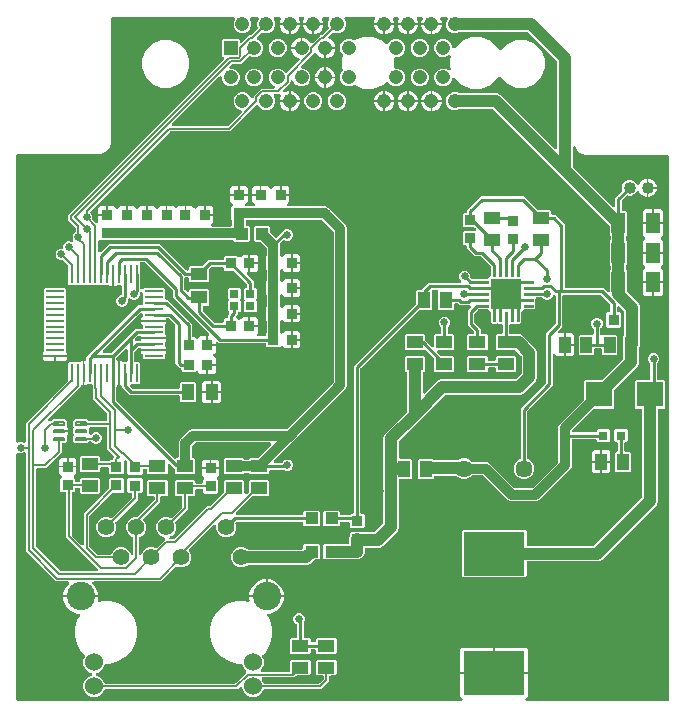
<source format=gbr>
G04 EAGLE Gerber RS-274X export*
G75*
%MOIN*%
%FSLAX34Y34*%
%LPD*%
%INTop Copper*%
%IPPOS*%
%AMOC8*
5,1,8,0,0,1.08239X$1,22.5*%
G01*
G04 Define Apertures*
%ADD10R,0.011024X0.061417*%
%ADD11R,0.061417X0.011024*%
%ADD12C,0.007677*%
%ADD13R,0.055913X0.040598*%
%ADD14R,0.047559X0.047559*%
%ADD15C,0.047559*%
%ADD16R,0.038197X0.036256*%
%ADD17R,0.036256X0.038197*%
%ADD18R,0.029528X0.027559*%
%ADD19R,0.043307X0.039370*%
%ADD20R,0.043307X0.055118*%
%ADD21R,0.055118X0.043307*%
%ADD22C,0.002559*%
%ADD23R,0.102362X0.102362*%
%ADD24C,0.040000*%
%ADD25C,0.094488*%
%ADD26C,0.055039*%
%ADD27C,0.060236*%
%ADD28R,0.040598X0.055913*%
%ADD29C,0.057087*%
%ADD30R,0.045850X0.071469*%
%ADD31R,0.089764X0.083465*%
%ADD32R,0.204724X0.147638*%
%ADD33R,0.031496X0.031496*%
%ADD34C,0.026000*%
%ADD35C,0.006000*%
%ADD36C,0.032000*%
%ADD37C,0.010000*%
%ADD38C,0.040000*%
G36*
X15269Y3962D02*
X15250Y3958D01*
X465Y3958D01*
X447Y3962D01*
X430Y3972D01*
X419Y3989D01*
X415Y4008D01*
X415Y12183D01*
X418Y12200D01*
X429Y12217D01*
X445Y12229D01*
X465Y12233D01*
X484Y12229D01*
X526Y12212D01*
X602Y12212D01*
X665Y12238D01*
X683Y12242D01*
X702Y12238D01*
X719Y12228D01*
X730Y12211D01*
X734Y12192D01*
X734Y8952D01*
X1747Y7939D01*
X2122Y7939D01*
X2140Y7936D01*
X2157Y7925D01*
X2168Y7909D01*
X2172Y7890D01*
X2169Y7870D01*
X2158Y7854D01*
X2072Y7768D01*
X1985Y7558D01*
X1985Y7474D01*
X3130Y7474D01*
X3130Y7558D01*
X3043Y7768D01*
X2957Y7854D01*
X2947Y7868D01*
X2942Y7887D01*
X2946Y7907D01*
X2956Y7924D01*
X2973Y7935D01*
X2992Y7939D01*
X5231Y7939D01*
X5718Y8425D01*
X5733Y8436D01*
X5753Y8440D01*
X5772Y8436D01*
X5841Y8408D01*
X5975Y8408D01*
X6098Y8459D01*
X6192Y8553D01*
X6243Y8676D01*
X6243Y8810D01*
X6192Y8933D01*
X6185Y8940D01*
X6175Y8955D01*
X6170Y8974D01*
X6174Y8994D01*
X6185Y9010D01*
X6987Y9813D01*
X7002Y9823D01*
X7021Y9827D01*
X7041Y9824D01*
X7057Y9813D01*
X7069Y9797D01*
X7073Y9777D01*
X7073Y9676D01*
X7124Y9553D01*
X7218Y9459D01*
X7341Y9408D01*
X7475Y9408D01*
X7598Y9459D01*
X7692Y9553D01*
X7743Y9676D01*
X7743Y9810D01*
X7723Y9859D01*
X7719Y9877D01*
X7723Y9896D01*
X7734Y9913D01*
X7735Y9915D01*
X7751Y9925D01*
X7771Y9929D01*
X9929Y9929D01*
X9947Y9926D01*
X9964Y9915D01*
X9975Y9899D01*
X9979Y9879D01*
X9979Y9818D01*
X10015Y9783D01*
X10497Y9783D01*
X10532Y9818D01*
X10532Y10261D01*
X10497Y10296D01*
X10015Y10296D01*
X9979Y10261D01*
X9979Y10199D01*
X9976Y10181D01*
X9965Y10165D01*
X9949Y10153D01*
X9929Y10149D01*
X7771Y10149D01*
X7754Y10152D01*
X7737Y10163D01*
X7725Y10179D01*
X7721Y10199D01*
X7725Y10218D01*
X7736Y10235D01*
X8277Y10776D01*
X8293Y10787D01*
X8312Y10791D01*
X8808Y10791D01*
X8844Y10826D01*
X8844Y11282D01*
X8808Y11317D01*
X8200Y11317D01*
X8164Y11282D01*
X8164Y10939D01*
X8161Y10920D01*
X8150Y10903D01*
X8102Y10856D01*
X8088Y10846D01*
X8068Y10841D01*
X8049Y10844D01*
X8032Y10855D01*
X8021Y10872D01*
X8017Y10891D01*
X8017Y11282D01*
X7982Y11317D01*
X7373Y11317D01*
X7338Y11282D01*
X7338Y10939D01*
X7334Y10920D01*
X7323Y10903D01*
X6880Y10461D01*
X6865Y10450D01*
X6845Y10446D01*
X6776Y10446D01*
X5686Y9357D01*
X5670Y9346D01*
X5651Y9342D01*
X5567Y9342D01*
X5550Y9345D01*
X5533Y9355D01*
X5522Y9371D01*
X5517Y9391D01*
X5521Y9410D01*
X5532Y9427D01*
X5548Y9438D01*
X5598Y9459D01*
X5692Y9553D01*
X5743Y9676D01*
X5743Y9810D01*
X5714Y9879D01*
X5711Y9897D01*
X5714Y9916D01*
X5725Y9933D01*
X6132Y10339D01*
X6132Y10742D01*
X6135Y10760D01*
X6146Y10777D01*
X6162Y10788D01*
X6182Y10792D01*
X6346Y10792D01*
X6381Y10827D01*
X6381Y10972D01*
X6385Y10990D01*
X6395Y11007D01*
X6412Y11018D01*
X6431Y11022D01*
X6589Y11022D01*
X6607Y11019D01*
X6624Y11008D01*
X6635Y10992D01*
X6639Y10972D01*
X6639Y10906D01*
X6674Y10871D01*
X7106Y10871D01*
X7141Y10906D01*
X7141Y11318D01*
X7104Y11356D01*
X7094Y11370D01*
X7089Y11389D01*
X7092Y11409D01*
X7103Y11426D01*
X7116Y11434D01*
X7181Y11500D01*
X7181Y11692D01*
X6599Y11692D01*
X6599Y11500D01*
X6665Y11434D01*
X6675Y11427D01*
X6686Y11411D01*
X6691Y11392D01*
X6687Y11372D01*
X6676Y11356D01*
X6639Y11318D01*
X6639Y11252D01*
X6635Y11234D01*
X6625Y11218D01*
X6608Y11206D01*
X6589Y11202D01*
X6431Y11202D01*
X6413Y11206D01*
X6396Y11216D01*
X6385Y11233D01*
X6381Y11252D01*
X6381Y11283D01*
X6346Y11318D01*
X5737Y11318D01*
X5702Y11283D01*
X5702Y10827D01*
X5737Y10792D01*
X5902Y10792D01*
X5920Y10789D01*
X5936Y10778D01*
X5948Y10762D01*
X5952Y10742D01*
X5952Y10435D01*
X5948Y10416D01*
X5937Y10399D01*
X5598Y10060D01*
X5583Y10050D01*
X5563Y10046D01*
X5544Y10049D01*
X5475Y10078D01*
X5341Y10078D01*
X5218Y10027D01*
X5124Y9933D01*
X5073Y9810D01*
X5073Y9676D01*
X5124Y9553D01*
X5218Y9459D01*
X5346Y9406D01*
X5361Y9396D01*
X5372Y9380D01*
X5377Y9360D01*
X5373Y9341D01*
X5362Y9324D01*
X5098Y9060D01*
X5083Y9050D01*
X5063Y9046D01*
X5044Y9049D01*
X4975Y9078D01*
X4841Y9078D01*
X4718Y9027D01*
X4624Y8933D01*
X4594Y8861D01*
X4585Y8847D01*
X4569Y8835D01*
X4549Y8830D01*
X4530Y8834D01*
X4513Y8844D01*
X4502Y8861D01*
X4498Y8880D01*
X4498Y9384D01*
X4501Y9402D01*
X4512Y9419D01*
X4529Y9430D01*
X4598Y9459D01*
X4692Y9553D01*
X4743Y9676D01*
X4743Y9810D01*
X4692Y9933D01*
X4655Y9969D01*
X4645Y9984D01*
X4641Y10004D01*
X4644Y10023D01*
X4655Y10040D01*
X5209Y10593D01*
X5209Y10742D01*
X5212Y10760D01*
X5223Y10777D01*
X5239Y10788D01*
X5259Y10792D01*
X5423Y10792D01*
X5458Y10827D01*
X5458Y11283D01*
X5423Y11318D01*
X4814Y11318D01*
X4779Y11283D01*
X4779Y10827D01*
X4814Y10792D01*
X4979Y10792D01*
X4997Y10789D01*
X5014Y10778D01*
X5025Y10762D01*
X5029Y10742D01*
X5029Y10689D01*
X5025Y10670D01*
X5014Y10653D01*
X4454Y10093D01*
X4438Y10082D01*
X4418Y10078D01*
X4341Y10078D01*
X4218Y10027D01*
X4124Y9933D01*
X4073Y9810D01*
X4073Y9676D01*
X4124Y9553D01*
X4218Y9459D01*
X4287Y9430D01*
X4303Y9420D01*
X4314Y9403D01*
X4318Y9384D01*
X4318Y8880D01*
X4315Y8863D01*
X4305Y8846D01*
X4288Y8835D01*
X4269Y8830D01*
X4249Y8834D01*
X4233Y8845D01*
X4222Y8861D01*
X4192Y8933D01*
X4098Y9027D01*
X3975Y9078D01*
X3841Y9078D01*
X3718Y9027D01*
X3624Y8933D01*
X3595Y8864D01*
X3585Y8848D01*
X3568Y8837D01*
X3549Y8833D01*
X3126Y8833D01*
X3107Y8837D01*
X3091Y8848D01*
X2861Y9078D01*
X2850Y9094D01*
X2846Y9113D01*
X2846Y10101D01*
X2850Y10119D01*
X2861Y10136D01*
X3612Y10887D01*
X3627Y10898D01*
X3647Y10902D01*
X3956Y10902D01*
X3991Y10937D01*
X3991Y11349D01*
X3956Y11384D01*
X3524Y11384D01*
X3489Y11349D01*
X3489Y11040D01*
X3486Y11021D01*
X3475Y11005D01*
X2666Y10196D01*
X2666Y9196D01*
X2663Y9179D01*
X2652Y9162D01*
X2636Y9151D01*
X2617Y9146D01*
X2597Y9150D01*
X2581Y9161D01*
X2270Y9471D01*
X2259Y9487D01*
X2255Y9507D01*
X2255Y10870D01*
X2259Y10888D01*
X2269Y10904D01*
X2286Y10916D01*
X2305Y10920D01*
X2342Y10920D01*
X2377Y10955D01*
X2377Y11021D01*
X2380Y11039D01*
X2391Y11056D01*
X2407Y11067D01*
X2427Y11071D01*
X2484Y11071D01*
X2502Y11068D01*
X2519Y11057D01*
X2530Y11040D01*
X2534Y11021D01*
X2534Y10906D01*
X2570Y10871D01*
X3178Y10871D01*
X3214Y10906D01*
X3214Y11362D01*
X3178Y11397D01*
X2570Y11397D01*
X2534Y11362D01*
X2534Y11301D01*
X2531Y11283D01*
X2520Y11266D01*
X2504Y11255D01*
X2484Y11251D01*
X2427Y11251D01*
X2409Y11254D01*
X2392Y11265D01*
X2381Y11281D01*
X2377Y11301D01*
X2377Y11367D01*
X2340Y11404D01*
X2330Y11419D01*
X2325Y11438D01*
X2329Y11458D01*
X2339Y11474D01*
X2352Y11483D01*
X2417Y11548D01*
X2417Y11741D01*
X1835Y11741D01*
X1835Y11548D01*
X1901Y11482D01*
X1911Y11476D01*
X1923Y11460D01*
X1927Y11440D01*
X1923Y11421D01*
X1912Y11404D01*
X1875Y11367D01*
X1875Y10955D01*
X1910Y10920D01*
X2025Y10920D01*
X2043Y10916D01*
X2060Y10906D01*
X2071Y10889D01*
X2075Y10870D01*
X2075Y9412D01*
X3123Y8364D01*
X3133Y8350D01*
X3137Y8331D01*
X3134Y8311D01*
X3123Y8294D01*
X3107Y8283D01*
X3087Y8279D01*
X1908Y8279D01*
X1890Y8283D01*
X1873Y8294D01*
X1089Y9078D01*
X1078Y9094D01*
X1074Y9113D01*
X1074Y11671D01*
X1078Y11689D01*
X1088Y11706D01*
X1105Y11717D01*
X1124Y11721D01*
X1415Y11721D01*
X1927Y12232D01*
X1927Y12510D01*
X1930Y12528D01*
X1941Y12545D01*
X1957Y12556D01*
X1977Y12560D01*
X2048Y12560D01*
X2105Y12618D01*
X2105Y12796D01*
X2109Y12815D01*
X2120Y12832D01*
X2145Y12857D01*
X2145Y12923D01*
X1807Y12923D01*
X1807Y12983D01*
X2145Y12983D01*
X2145Y13048D01*
X2120Y13074D01*
X2109Y13090D01*
X2105Y13109D01*
X2105Y13288D01*
X2048Y13345D01*
X1626Y13345D01*
X1574Y13294D01*
X1558Y13283D01*
X1538Y13279D01*
X1519Y13279D01*
X1502Y13282D01*
X1485Y13293D01*
X1473Y13309D01*
X1469Y13328D01*
X1473Y13348D01*
X1484Y13364D01*
X2551Y14431D01*
X2551Y14433D01*
X2554Y14451D01*
X2565Y14467D01*
X2581Y14479D01*
X2601Y14483D01*
X2627Y14483D01*
X2627Y15297D01*
X2561Y15297D01*
X2536Y15271D01*
X2520Y15261D01*
X2500Y15257D01*
X2184Y15257D01*
X2149Y15222D01*
X2149Y14671D01*
X2145Y14652D01*
X2134Y14635D01*
X734Y13236D01*
X734Y12611D01*
X731Y12594D01*
X720Y12577D01*
X704Y12566D01*
X685Y12561D01*
X665Y12565D01*
X602Y12592D01*
X526Y12592D01*
X484Y12574D01*
X467Y12570D01*
X447Y12574D01*
X430Y12584D01*
X419Y12601D01*
X415Y12620D01*
X415Y22133D01*
X418Y22151D01*
X429Y22168D01*
X445Y22179D01*
X465Y22183D01*
X3232Y22183D01*
X3385Y22247D01*
X3501Y22363D01*
X3565Y22516D01*
X3565Y26700D01*
X3568Y26718D01*
X3579Y26735D01*
X3595Y26746D01*
X3615Y26750D01*
X7655Y26750D01*
X7673Y26747D01*
X7690Y26737D01*
X7701Y26720D01*
X7705Y26701D01*
X7701Y26681D01*
X7655Y26569D01*
X7655Y26451D01*
X7700Y26341D01*
X7784Y26257D01*
X7894Y26212D01*
X8012Y26212D01*
X8121Y26257D01*
X8205Y26341D01*
X8251Y26451D01*
X8251Y26569D01*
X8204Y26681D01*
X8200Y26699D01*
X8204Y26718D01*
X8214Y26735D01*
X8231Y26746D01*
X8250Y26750D01*
X8443Y26750D01*
X8460Y26747D01*
X8477Y26737D01*
X8489Y26720D01*
X8493Y26701D01*
X8489Y26681D01*
X8442Y26569D01*
X8442Y26451D01*
X8462Y26403D01*
X8466Y26384D01*
X8462Y26365D01*
X8451Y26348D01*
X8258Y26155D01*
X8242Y26144D01*
X8223Y26140D01*
X8173Y26140D01*
X7942Y25909D01*
X7928Y25899D01*
X7908Y25894D01*
X7889Y25898D01*
X7872Y25908D01*
X7861Y25925D01*
X7857Y25944D01*
X7857Y25985D01*
X7822Y26020D01*
X7296Y26020D01*
X7261Y25985D01*
X7261Y25460D01*
X7298Y25423D01*
X7308Y25422D01*
X7325Y25411D01*
X7336Y25395D01*
X7340Y25375D01*
X7337Y25356D01*
X7326Y25339D01*
X2152Y20166D01*
X2152Y19992D01*
X2376Y19768D01*
X2386Y19752D01*
X2390Y19733D01*
X2390Y19609D01*
X2387Y19590D01*
X2376Y19574D01*
X2319Y19517D01*
X2290Y19447D01*
X2290Y19372D01*
X2306Y19334D01*
X2310Y19317D01*
X2306Y19298D01*
X2296Y19281D01*
X2279Y19269D01*
X2260Y19265D01*
X2240Y19269D01*
X2203Y19284D01*
X2128Y19284D01*
X2058Y19256D01*
X2004Y19202D01*
X1975Y19132D01*
X1975Y19081D01*
X1972Y19063D01*
X1961Y19047D01*
X1945Y19035D01*
X1925Y19031D01*
X1875Y19031D01*
X1805Y19003D01*
X1751Y18949D01*
X1722Y18879D01*
X1722Y18804D01*
X1751Y18734D01*
X1805Y18680D01*
X1875Y18651D01*
X1954Y18651D01*
X1973Y18648D01*
X1990Y18637D01*
X2134Y18493D01*
X2145Y18477D01*
X2149Y18457D01*
X2149Y17849D01*
X2184Y17814D01*
X3484Y17814D01*
X3503Y17810D01*
X3520Y17799D01*
X3545Y17774D01*
X3612Y17774D01*
X3612Y18211D01*
X3672Y18211D01*
X3672Y17774D01*
X3738Y17774D01*
X3764Y17799D01*
X3779Y17810D01*
X3799Y17814D01*
X3875Y17814D01*
X3893Y17811D01*
X3910Y17800D01*
X3921Y17784D01*
X3925Y17764D01*
X3925Y17521D01*
X3922Y17502D01*
X3911Y17486D01*
X3895Y17475D01*
X3829Y17448D01*
X3776Y17394D01*
X3747Y17324D01*
X3747Y17249D01*
X3776Y17179D01*
X3829Y17125D01*
X3899Y17096D01*
X3975Y17096D01*
X4045Y17125D01*
X4098Y17179D01*
X4127Y17249D01*
X4127Y17334D01*
X4130Y17351D01*
X4141Y17368D01*
X4157Y17380D01*
X4176Y17384D01*
X4196Y17380D01*
X4212Y17369D01*
X4223Y17359D01*
X4293Y17330D01*
X4369Y17330D01*
X4438Y17359D01*
X4492Y17412D01*
X4521Y17482D01*
X4521Y17533D01*
X4524Y17552D01*
X4535Y17569D01*
X4540Y17573D01*
X4554Y17583D01*
X4573Y17588D01*
X4593Y17584D01*
X4610Y17574D01*
X4621Y17557D01*
X4625Y17538D01*
X4625Y17188D01*
X4622Y17170D01*
X4611Y17153D01*
X4595Y17142D01*
X4575Y17138D01*
X4482Y17138D01*
X2744Y15400D01*
X2744Y15347D01*
X2741Y15329D01*
X2730Y15312D01*
X2714Y15301D01*
X2694Y15297D01*
X2687Y15297D01*
X2687Y14483D01*
X2754Y14483D01*
X2779Y14508D01*
X2795Y14519D01*
X2815Y14523D01*
X2911Y14523D01*
X2929Y14519D01*
X2946Y14509D01*
X2957Y14492D01*
X2961Y14473D01*
X2961Y14350D01*
X2964Y14347D01*
X2974Y14332D01*
X2978Y14312D01*
X2978Y14020D01*
X3439Y13560D01*
X3449Y13544D01*
X3453Y13525D01*
X3453Y13329D01*
X3450Y13311D01*
X3439Y13294D01*
X3423Y13283D01*
X3403Y13279D01*
X2871Y13279D01*
X2852Y13283D01*
X2836Y13294D01*
X2784Y13345D01*
X2362Y13345D01*
X2304Y13288D01*
X2304Y13130D01*
X2318Y13116D01*
X2328Y13101D01*
X2332Y13082D01*
X2329Y13062D01*
X2318Y13045D01*
X2304Y13032D01*
X2304Y12874D01*
X2318Y12860D01*
X2328Y12845D01*
X2332Y12826D01*
X2329Y12806D01*
X2318Y12789D01*
X2304Y12776D01*
X2304Y12618D01*
X2362Y12560D01*
X2784Y12560D01*
X2816Y12592D01*
X2832Y12603D01*
X2851Y12607D01*
X2891Y12607D01*
X2910Y12603D01*
X2926Y12592D01*
X2963Y12555D01*
X3033Y12527D01*
X3109Y12527D01*
X3178Y12555D01*
X3232Y12609D01*
X3261Y12679D01*
X3261Y12754D01*
X3232Y12824D01*
X3178Y12878D01*
X3109Y12907D01*
X3033Y12907D01*
X2963Y12878D01*
X2927Y12841D01*
X2912Y12831D01*
X2893Y12827D01*
X2873Y12830D01*
X2857Y12841D01*
X2845Y12857D01*
X2841Y12877D01*
X2841Y13049D01*
X2845Y13067D01*
X2856Y13084D01*
X2872Y13095D01*
X2891Y13099D01*
X3403Y13099D01*
X3421Y13096D01*
X3438Y13085D01*
X3449Y13068D01*
X3453Y13049D01*
X3453Y12335D01*
X3661Y12127D01*
X3672Y12112D01*
X3676Y12092D01*
X3672Y12073D01*
X3661Y12056D01*
X3650Y12045D01*
X3650Y12044D01*
X3647Y12026D01*
X3636Y12009D01*
X3620Y11998D01*
X3600Y11994D01*
X3524Y11994D01*
X3493Y11963D01*
X3477Y11952D01*
X3458Y11948D01*
X3264Y11948D01*
X3246Y11951D01*
X3229Y11962D01*
X3218Y11979D01*
X3214Y11998D01*
X3214Y12086D01*
X3178Y12121D01*
X2570Y12121D01*
X2534Y12086D01*
X2534Y11630D01*
X2570Y11595D01*
X3178Y11595D01*
X3214Y11630D01*
X3214Y11718D01*
X3217Y11736D01*
X3228Y11753D01*
X3244Y11764D01*
X3264Y11768D01*
X3439Y11768D01*
X3457Y11765D01*
X3474Y11754D01*
X3485Y11738D01*
X3489Y11718D01*
X3489Y11547D01*
X3524Y11512D01*
X3956Y11512D01*
X3991Y11547D01*
X3991Y11936D01*
X3994Y11953D01*
X4005Y11970D01*
X4021Y11981D01*
X4040Y11986D01*
X4060Y11982D01*
X4076Y11971D01*
X4104Y11943D01*
X4115Y11927D01*
X4119Y11908D01*
X4119Y11537D01*
X4154Y11502D01*
X4586Y11502D01*
X4621Y11537D01*
X4621Y11639D01*
X4624Y11657D01*
X4635Y11674D01*
X4652Y11685D01*
X4671Y11689D01*
X4729Y11689D01*
X4747Y11686D01*
X4764Y11675D01*
X4775Y11659D01*
X4779Y11639D01*
X4779Y11551D01*
X4814Y11516D01*
X5423Y11516D01*
X5458Y11551D01*
X5458Y11816D01*
X5461Y11833D01*
X5472Y11850D01*
X5488Y11861D01*
X5508Y11866D01*
X5527Y11862D01*
X5544Y11851D01*
X5687Y11707D01*
X5698Y11691D01*
X5702Y11672D01*
X5702Y11551D01*
X5737Y11516D01*
X6346Y11516D01*
X6381Y11551D01*
X6381Y12007D01*
X6346Y12042D01*
X6312Y12042D01*
X6294Y12046D01*
X6277Y12056D01*
X6266Y12073D01*
X6262Y12092D01*
X6262Y12426D01*
X6265Y12445D01*
X6276Y12461D01*
X6376Y12561D01*
X6392Y12571D01*
X6411Y12575D01*
X8870Y12575D01*
X8887Y12572D01*
X8904Y12562D01*
X8915Y12546D01*
X8920Y12526D01*
X8916Y12507D01*
X8905Y12490D01*
X8470Y12055D01*
X8455Y12045D01*
X8435Y12041D01*
X8200Y12041D01*
X8171Y12012D01*
X8155Y12002D01*
X8136Y11998D01*
X8045Y11998D01*
X8027Y12001D01*
X8010Y12012D01*
X7982Y12041D01*
X7373Y12041D01*
X7338Y12006D01*
X7338Y11550D01*
X7373Y11515D01*
X7982Y11515D01*
X8010Y11543D01*
X8026Y11554D01*
X8045Y11558D01*
X8136Y11558D01*
X8155Y11554D01*
X8171Y11543D01*
X8200Y11515D01*
X8808Y11515D01*
X8844Y11550D01*
X8844Y11618D01*
X8847Y11636D01*
X8858Y11653D01*
X8874Y11664D01*
X8894Y11668D01*
X9303Y11668D01*
X9321Y11664D01*
X9338Y11653D01*
X9341Y11650D01*
X9411Y11621D01*
X9487Y11621D01*
X9556Y11650D01*
X9610Y11703D01*
X9639Y11773D01*
X9639Y11849D01*
X9610Y11919D01*
X9556Y11972D01*
X9487Y12001D01*
X9411Y12001D01*
X9341Y11972D01*
X9288Y11919D01*
X9288Y11919D01*
X9277Y11903D01*
X9261Y11892D01*
X9242Y11888D01*
X9046Y11888D01*
X9028Y11891D01*
X9012Y11901D01*
X9000Y11917D01*
X8996Y11937D01*
X8999Y11956D01*
X9010Y11973D01*
X11407Y14370D01*
X11440Y14450D01*
X11440Y19729D01*
X11407Y19810D01*
X10813Y20404D01*
X10732Y20438D01*
X9486Y20438D01*
X9468Y20441D01*
X9451Y20452D01*
X9442Y20461D01*
X9432Y20475D01*
X9428Y20495D01*
X9431Y20514D01*
X9442Y20531D01*
X9454Y20539D01*
X9520Y20605D01*
X9520Y20797D01*
X9199Y20797D01*
X9199Y21109D01*
X8996Y21109D01*
X8928Y21041D01*
X8913Y21030D01*
X8894Y21026D01*
X8874Y21030D01*
X8857Y21041D01*
X8790Y21109D01*
X8587Y21109D01*
X8587Y20797D01*
X8266Y20797D01*
X8266Y20605D01*
X8332Y20539D01*
X8342Y20533D01*
X8354Y20516D01*
X8358Y20497D01*
X8354Y20477D01*
X8343Y20461D01*
X8335Y20452D01*
X8319Y20441D01*
X8299Y20438D01*
X8092Y20438D01*
X8074Y20441D01*
X8057Y20452D01*
X8048Y20461D01*
X8038Y20475D01*
X8034Y20495D01*
X8037Y20514D01*
X8048Y20531D01*
X8060Y20539D01*
X8126Y20605D01*
X8126Y20797D01*
X7544Y20797D01*
X7544Y20605D01*
X7609Y20539D01*
X7620Y20533D01*
X7631Y20516D01*
X7635Y20497D01*
X7632Y20477D01*
X7621Y20461D01*
X7584Y20424D01*
X7584Y20011D01*
X7600Y19995D01*
X7611Y19979D01*
X7615Y19960D01*
X7615Y19818D01*
X7611Y19800D01*
X7601Y19783D01*
X7584Y19772D01*
X7565Y19768D01*
X6953Y19768D01*
X6934Y19772D01*
X6918Y19783D01*
X6909Y19791D01*
X6899Y19806D01*
X6894Y19825D01*
X6898Y19845D01*
X6908Y19862D01*
X6921Y19870D01*
X6986Y19935D01*
X6986Y20128D01*
X6665Y20128D01*
X6665Y20439D01*
X6463Y20439D01*
X6409Y20385D01*
X6393Y20375D01*
X6374Y20371D01*
X6354Y20374D01*
X6338Y20385D01*
X6284Y20439D01*
X6081Y20439D01*
X6081Y20128D01*
X6021Y20128D01*
X6021Y20439D01*
X5819Y20439D01*
X5773Y20393D01*
X5758Y20383D01*
X5738Y20379D01*
X5719Y20382D01*
X5702Y20393D01*
X5656Y20439D01*
X5453Y20439D01*
X5453Y20128D01*
X5393Y20128D01*
X5393Y20439D01*
X5191Y20439D01*
X5129Y20377D01*
X5114Y20367D01*
X5094Y20363D01*
X5075Y20366D01*
X5058Y20377D01*
X4996Y20439D01*
X4794Y20439D01*
X4794Y20128D01*
X4734Y20128D01*
X4734Y20439D01*
X4531Y20439D01*
X4467Y20375D01*
X4451Y20364D01*
X4432Y20360D01*
X4412Y20364D01*
X4396Y20375D01*
X4331Y20439D01*
X4129Y20439D01*
X4129Y20128D01*
X4069Y20128D01*
X4069Y20439D01*
X3866Y20439D01*
X3806Y20379D01*
X3791Y20369D01*
X3772Y20365D01*
X3752Y20368D01*
X3736Y20379D01*
X3676Y20439D01*
X3473Y20439D01*
X3473Y20128D01*
X3152Y20128D01*
X3152Y19930D01*
X3149Y19913D01*
X3139Y19896D01*
X3123Y19885D01*
X3103Y19880D01*
X3084Y19884D01*
X3067Y19895D01*
X2961Y20001D01*
X2950Y20017D01*
X2946Y20037D01*
X2946Y20117D01*
X2917Y20186D01*
X2891Y20213D01*
X2880Y20228D01*
X2876Y20247D01*
X2880Y20267D01*
X2891Y20283D01*
X5534Y22927D01*
X5550Y22938D01*
X5570Y22941D01*
X7534Y22941D01*
X8402Y23809D01*
X8417Y23819D01*
X8436Y23824D01*
X8456Y23820D01*
X8472Y23809D01*
X8483Y23793D01*
X8488Y23782D01*
X8571Y23698D01*
X8681Y23653D01*
X8799Y23653D01*
X8909Y23698D01*
X8993Y23782D01*
X9038Y23892D01*
X9038Y24010D01*
X8993Y24119D01*
X8989Y24137D01*
X8992Y24157D01*
X9003Y24173D01*
X9019Y24185D01*
X9039Y24189D01*
X9186Y24189D01*
X9203Y24185D01*
X9220Y24175D01*
X9231Y24158D01*
X9236Y24139D01*
X9232Y24119D01*
X9190Y24018D01*
X9190Y23981D01*
X9498Y23981D01*
X9498Y24289D01*
X9460Y24289D01*
X9376Y24254D01*
X9360Y24250D01*
X9340Y24253D01*
X9323Y24264D01*
X9311Y24280D01*
X9307Y24299D01*
X9311Y24319D01*
X9322Y24335D01*
X9552Y24565D01*
X9552Y24601D01*
X9555Y24618D01*
X9565Y24635D01*
X9581Y24647D01*
X9600Y24651D01*
X9620Y24647D01*
X9637Y24637D01*
X9648Y24620D01*
X9669Y24570D01*
X9753Y24486D01*
X9862Y24440D01*
X9980Y24440D01*
X10090Y24486D01*
X10174Y24570D01*
X10219Y24679D01*
X10219Y24797D01*
X10174Y24907D01*
X10090Y24991D01*
X9980Y25036D01*
X9946Y25036D01*
X9929Y25039D01*
X9912Y25050D01*
X9901Y25066D01*
X9896Y25085D01*
X9900Y25105D01*
X9911Y25121D01*
X10340Y25550D01*
X10354Y25560D01*
X10374Y25565D01*
X10393Y25561D01*
X10410Y25550D01*
X10421Y25534D01*
X10422Y25531D01*
X10517Y25436D01*
X10641Y25385D01*
X10679Y25385D01*
X10679Y25752D01*
X11046Y25752D01*
X11046Y25790D01*
X10995Y25914D01*
X10900Y26009D01*
X10848Y26030D01*
X10833Y26040D01*
X10821Y26056D01*
X10817Y26076D01*
X10821Y26095D01*
X10832Y26112D01*
X10941Y26221D01*
X10956Y26232D01*
X10976Y26236D01*
X10995Y26232D01*
X11043Y26212D01*
X11162Y26212D01*
X11271Y26257D01*
X11355Y26341D01*
X11400Y26451D01*
X11400Y26569D01*
X11354Y26681D01*
X11350Y26699D01*
X11353Y26718D01*
X11364Y26735D01*
X11380Y26746D01*
X11400Y26750D01*
X12336Y26750D01*
X12354Y26747D01*
X12371Y26737D01*
X12382Y26720D01*
X12386Y26701D01*
X12383Y26681D01*
X12339Y26577D01*
X12339Y26540D01*
X13015Y26540D01*
X13015Y26577D01*
X12972Y26681D01*
X12968Y26699D01*
X12971Y26718D01*
X12982Y26735D01*
X12998Y26746D01*
X13018Y26750D01*
X13124Y26750D01*
X13141Y26747D01*
X13158Y26737D01*
X13170Y26720D01*
X13174Y26701D01*
X13170Y26681D01*
X13127Y26577D01*
X13127Y26540D01*
X13802Y26540D01*
X13802Y26577D01*
X13759Y26681D01*
X13755Y26699D01*
X13759Y26718D01*
X13769Y26735D01*
X13786Y26746D01*
X13805Y26750D01*
X13911Y26750D01*
X13929Y26747D01*
X13946Y26737D01*
X13957Y26720D01*
X13961Y26701D01*
X13957Y26681D01*
X13914Y26577D01*
X13914Y26540D01*
X14590Y26540D01*
X14590Y26577D01*
X14547Y26681D01*
X14543Y26699D01*
X14546Y26718D01*
X14557Y26735D01*
X14573Y26746D01*
X14593Y26750D01*
X14742Y26750D01*
X14759Y26747D01*
X14776Y26737D01*
X14788Y26720D01*
X14792Y26701D01*
X14788Y26681D01*
X14742Y26569D01*
X14742Y26451D01*
X14787Y26341D01*
X14871Y26257D01*
X14980Y26212D01*
X15099Y26212D01*
X15181Y26246D01*
X15200Y26250D01*
X17456Y26250D01*
X17475Y26246D01*
X17492Y26235D01*
X18426Y25301D01*
X18437Y25285D01*
X18441Y25265D01*
X18441Y22402D01*
X18438Y22385D01*
X18427Y22368D01*
X18411Y22356D01*
X18392Y22352D01*
X18372Y22356D01*
X18355Y22367D01*
X16551Y24171D01*
X16455Y24211D01*
X15200Y24211D01*
X15181Y24215D01*
X15099Y24249D01*
X14980Y24249D01*
X14871Y24203D01*
X14787Y24119D01*
X14742Y24010D01*
X14742Y23892D01*
X14787Y23782D01*
X14871Y23698D01*
X14980Y23653D01*
X15099Y23653D01*
X15181Y23687D01*
X15200Y23691D01*
X16275Y23691D01*
X16294Y23687D01*
X16310Y23676D01*
X20178Y19808D01*
X20189Y19793D01*
X20193Y19773D01*
X20193Y19500D01*
X20207Y19485D01*
X20218Y19469D01*
X20222Y19450D01*
X20222Y19330D01*
X20218Y19311D01*
X20207Y19294D01*
X20193Y19280D01*
X20193Y18515D01*
X20207Y18501D01*
X20218Y18485D01*
X20222Y18465D01*
X20222Y18346D01*
X20218Y18327D01*
X20207Y18310D01*
X20193Y18296D01*
X20193Y17637D01*
X20190Y17620D01*
X20179Y17603D01*
X20163Y17591D01*
X20144Y17587D01*
X20124Y17591D01*
X20108Y17602D01*
X19992Y17718D01*
X18745Y17718D01*
X18727Y17721D01*
X18710Y17732D01*
X18699Y17748D01*
X18695Y17768D01*
X18695Y19846D01*
X18384Y20157D01*
X18303Y20157D01*
X18285Y20160D01*
X18268Y20171D01*
X18257Y20188D01*
X18253Y20207D01*
X18253Y20275D01*
X18218Y20310D01*
X17827Y20310D01*
X17808Y20314D01*
X17791Y20325D01*
X17337Y20779D01*
X15899Y20779D01*
X15441Y20321D01*
X15441Y20281D01*
X15438Y20263D01*
X15427Y20246D01*
X15411Y20235D01*
X15391Y20231D01*
X15335Y20231D01*
X15300Y20196D01*
X15300Y19784D01*
X15335Y19749D01*
X15658Y19749D01*
X15677Y19745D01*
X15693Y19734D01*
X15721Y19707D01*
X15731Y19692D01*
X15735Y19673D01*
X15732Y19653D01*
X15721Y19637D01*
X15705Y19625D01*
X15685Y19621D01*
X15335Y19621D01*
X15300Y19586D01*
X15300Y19174D01*
X15335Y19139D01*
X15391Y19139D01*
X15409Y19135D01*
X15426Y19125D01*
X15437Y19108D01*
X15441Y19089D01*
X15441Y19049D01*
X15702Y18788D01*
X15879Y18788D01*
X15897Y18784D01*
X15914Y18773D01*
X16213Y18474D01*
X16223Y18458D01*
X16227Y18439D01*
X16227Y18141D01*
X16224Y18123D01*
X16213Y18107D01*
X16205Y18101D01*
X16151Y18047D01*
X16146Y18040D01*
X16130Y18029D01*
X16110Y18025D01*
X15772Y18025D01*
X15766Y18023D01*
X15617Y18023D01*
X15599Y18027D01*
X15582Y18038D01*
X15559Y18061D01*
X15548Y18077D01*
X15544Y18097D01*
X15544Y18148D01*
X15515Y18218D01*
X15462Y18271D01*
X15392Y18300D01*
X15317Y18300D01*
X15247Y18271D01*
X15193Y18218D01*
X15164Y18148D01*
X15164Y18072D01*
X15193Y18003D01*
X15223Y17973D01*
X15233Y17959D01*
X15237Y17939D01*
X15234Y17920D01*
X15223Y17903D01*
X15207Y17892D01*
X15188Y17888D01*
X14149Y17888D01*
X13939Y17677D01*
X13923Y17666D01*
X13903Y17662D01*
X13780Y17662D01*
X13745Y17627D01*
X13745Y17236D01*
X13741Y17217D01*
X13730Y17201D01*
X11662Y15132D01*
X11662Y10242D01*
X11658Y10224D01*
X11648Y10207D01*
X11631Y10196D01*
X11612Y10192D01*
X11556Y10192D01*
X11528Y10164D01*
X11512Y10153D01*
X11493Y10149D01*
X11252Y10149D01*
X11234Y10153D01*
X11217Y10163D01*
X11206Y10180D01*
X11202Y10199D01*
X11202Y10261D01*
X11167Y10296D01*
X10684Y10296D01*
X10649Y10261D01*
X10649Y9818D01*
X10684Y9783D01*
X11167Y9783D01*
X11202Y9818D01*
X11202Y9879D01*
X11205Y9897D01*
X11216Y9914D01*
X11232Y9925D01*
X11252Y9929D01*
X11471Y9929D01*
X11489Y9926D01*
X11505Y9915D01*
X11517Y9899D01*
X11521Y9879D01*
X11521Y9744D01*
X11556Y9709D01*
X11987Y9709D01*
X12023Y9744D01*
X12023Y10157D01*
X11987Y10192D01*
X11932Y10192D01*
X11914Y10195D01*
X11897Y10206D01*
X11886Y10222D01*
X11882Y10242D01*
X11882Y15020D01*
X11885Y15039D01*
X11896Y15055D01*
X13809Y16969D01*
X13825Y16979D01*
X13845Y16983D01*
X14236Y16983D01*
X14271Y17018D01*
X14271Y17618D01*
X14274Y17636D01*
X14285Y17652D01*
X14302Y17664D01*
X14321Y17668D01*
X14419Y17668D01*
X14437Y17664D01*
X14454Y17654D01*
X14465Y17637D01*
X14469Y17618D01*
X14469Y17018D01*
X14504Y16983D01*
X14960Y16983D01*
X14995Y17018D01*
X14995Y17163D01*
X14998Y17181D01*
X15009Y17198D01*
X15026Y17209D01*
X15045Y17213D01*
X15117Y17213D01*
X15136Y17209D01*
X15152Y17198D01*
X15201Y17150D01*
X15521Y17150D01*
X15538Y17147D01*
X15555Y17136D01*
X15567Y17120D01*
X15571Y17101D01*
X15568Y17081D01*
X15557Y17064D01*
X15467Y16975D01*
X15467Y16472D01*
X15663Y16276D01*
X15673Y16260D01*
X15677Y16241D01*
X15677Y16226D01*
X15674Y16208D01*
X15663Y16191D01*
X15647Y16180D01*
X15627Y16176D01*
X15483Y16176D01*
X15448Y16141D01*
X15448Y15685D01*
X15483Y15650D01*
X16092Y15650D01*
X16127Y15685D01*
X16127Y16141D01*
X16092Y16176D01*
X15947Y16176D01*
X15929Y16180D01*
X15913Y16190D01*
X15901Y16207D01*
X15897Y16226D01*
X15897Y16352D01*
X15701Y16548D01*
X15691Y16564D01*
X15687Y16584D01*
X15687Y16863D01*
X15690Y16882D01*
X15701Y16898D01*
X15803Y17000D01*
X15819Y17011D01*
X15839Y17015D01*
X16110Y17015D01*
X16128Y17011D01*
X16145Y17001D01*
X16151Y16993D01*
X16205Y16938D01*
X16212Y16934D01*
X16223Y16917D01*
X16227Y16898D01*
X16227Y16575D01*
X16270Y16533D01*
X16410Y16533D01*
X16417Y16537D01*
X16436Y16542D01*
X16456Y16538D01*
X16464Y16533D01*
X16572Y16533D01*
X16590Y16529D01*
X16607Y16518D01*
X16618Y16502D01*
X16622Y16483D01*
X16622Y16226D01*
X16619Y16208D01*
X16608Y16191D01*
X16592Y16180D01*
X16572Y16176D01*
X16428Y16176D01*
X16393Y16141D01*
X16393Y15685D01*
X16428Y15650D01*
X17032Y15650D01*
X17051Y15647D01*
X17068Y15636D01*
X17245Y15458D01*
X17256Y15442D01*
X17260Y15423D01*
X17260Y14892D01*
X17256Y14873D01*
X17245Y14857D01*
X17080Y14692D01*
X17064Y14681D01*
X17045Y14677D01*
X14562Y14677D01*
X14467Y14638D01*
X14046Y14217D01*
X14032Y14207D01*
X14012Y14202D01*
X13993Y14206D01*
X13976Y14216D01*
X13965Y14233D01*
X13961Y14252D01*
X13961Y14876D01*
X13964Y14894D01*
X13975Y14911D01*
X13991Y14922D01*
X14004Y14925D01*
X14040Y14961D01*
X14040Y15417D01*
X14005Y15452D01*
X13396Y15452D01*
X13361Y15417D01*
X13361Y14961D01*
X13398Y14925D01*
X13409Y14923D01*
X13426Y14912D01*
X13437Y14896D01*
X13441Y14876D01*
X13441Y13632D01*
X13437Y13614D01*
X13426Y13597D01*
X12693Y12864D01*
X12653Y12768D01*
X12653Y9892D01*
X12650Y9873D01*
X12639Y9857D01*
X12387Y9605D01*
X12371Y9595D01*
X12352Y9591D01*
X11857Y9591D01*
X11838Y9595D01*
X11823Y9601D01*
X11720Y9601D01*
X11684Y9586D01*
X11665Y9582D01*
X11556Y9582D01*
X11521Y9547D01*
X11521Y9424D01*
X11517Y9405D01*
X11512Y9392D01*
X11512Y9247D01*
X11508Y9229D01*
X11498Y9212D01*
X11481Y9201D01*
X11462Y9197D01*
X10872Y9197D01*
X10856Y9194D01*
X10684Y9194D01*
X10649Y9159D01*
X10649Y8715D01*
X10684Y8680D01*
X10856Y8680D01*
X10872Y8677D01*
X11823Y8677D01*
X11919Y8717D01*
X11992Y8790D01*
X12032Y8885D01*
X12032Y9021D01*
X12035Y9039D01*
X12046Y9055D01*
X12062Y9067D01*
X12082Y9071D01*
X12532Y9071D01*
X12628Y9110D01*
X13134Y9617D01*
X13173Y9712D01*
X13173Y11303D01*
X13177Y11321D01*
X13187Y11338D01*
X13204Y11349D01*
X13223Y11353D01*
X13567Y11353D01*
X13602Y11388D01*
X13602Y11997D01*
X13567Y12032D01*
X13223Y12032D01*
X13205Y12036D01*
X13189Y12047D01*
X13177Y12063D01*
X13173Y12082D01*
X13173Y12588D01*
X13177Y12607D01*
X13188Y12623D01*
X14707Y14142D01*
X14723Y14153D01*
X14742Y14157D01*
X17225Y14157D01*
X17320Y14197D01*
X17740Y14617D01*
X17780Y14712D01*
X17780Y15603D01*
X17740Y15698D01*
X17305Y16134D01*
X17209Y16173D01*
X17060Y16173D01*
X17045Y16176D01*
X16892Y16176D01*
X16874Y16180D01*
X16857Y16190D01*
X16846Y16207D01*
X16842Y16226D01*
X16842Y16483D01*
X16846Y16501D01*
X16856Y16517D01*
X16873Y16529D01*
X16892Y16533D01*
X17000Y16533D01*
X17007Y16537D01*
X17027Y16542D01*
X17046Y16538D01*
X17055Y16533D01*
X17195Y16533D01*
X17237Y16575D01*
X17237Y16898D01*
X17241Y16916D01*
X17251Y16933D01*
X17259Y16938D01*
X17314Y16993D01*
X17318Y17000D01*
X17335Y17011D01*
X17354Y17015D01*
X17677Y17015D01*
X17719Y17057D01*
X17719Y17197D01*
X17715Y17204D01*
X17710Y17224D01*
X17714Y17243D01*
X17719Y17252D01*
X17719Y17360D01*
X17723Y17378D01*
X17734Y17394D01*
X17750Y17406D01*
X17769Y17410D01*
X17931Y17410D01*
X17950Y17406D01*
X17966Y17395D01*
X18003Y17359D01*
X18072Y17330D01*
X18148Y17330D01*
X18218Y17359D01*
X18271Y17412D01*
X18294Y17467D01*
X18304Y17482D01*
X18321Y17494D01*
X18340Y17498D01*
X18346Y17498D01*
X18364Y17494D01*
X18381Y17484D01*
X18393Y17467D01*
X18396Y17448D01*
X18396Y16541D01*
X18393Y16523D01*
X18382Y16506D01*
X18073Y16197D01*
X18073Y14581D01*
X18070Y14562D01*
X18059Y14545D01*
X17229Y13715D01*
X17229Y12063D01*
X17225Y12044D01*
X17214Y12028D01*
X17198Y12017D01*
X17143Y11994D01*
X17046Y11897D01*
X16993Y11770D01*
X16993Y11632D01*
X17046Y11505D01*
X17143Y11408D01*
X17270Y11356D01*
X17407Y11356D01*
X17534Y11408D01*
X17631Y11505D01*
X17684Y11632D01*
X17684Y11770D01*
X17631Y11897D01*
X17534Y11994D01*
X17479Y12017D01*
X17464Y12027D01*
X17453Y12043D01*
X17449Y12063D01*
X17449Y13603D01*
X17452Y13622D01*
X17463Y13639D01*
X18293Y14469D01*
X18293Y15482D01*
X18296Y15499D01*
X18307Y15516D01*
X18323Y15528D01*
X18342Y15532D01*
X18362Y15528D01*
X18379Y15517D01*
X18449Y15447D01*
X18663Y15447D01*
X18663Y16206D01*
X18514Y16206D01*
X18497Y16209D01*
X18480Y16220D01*
X18468Y16236D01*
X18464Y16256D01*
X18468Y16275D01*
X18479Y16292D01*
X18616Y16430D01*
X18616Y17448D01*
X18620Y17466D01*
X18631Y17482D01*
X18647Y17494D01*
X18666Y17498D01*
X19880Y17498D01*
X19899Y17494D01*
X19915Y17483D01*
X20200Y17198D01*
X20211Y17182D01*
X20215Y17162D01*
X20215Y16955D01*
X20212Y16937D01*
X20201Y16920D01*
X20184Y16908D01*
X20165Y16905D01*
X20119Y16905D01*
X20084Y16869D01*
X20084Y16438D01*
X20119Y16403D01*
X20531Y16403D01*
X20566Y16438D01*
X20566Y16869D01*
X20531Y16905D01*
X20485Y16905D01*
X20467Y16908D01*
X20450Y16919D01*
X20439Y16935D01*
X20435Y16955D01*
X20435Y17069D01*
X20438Y17086D01*
X20448Y17103D01*
X20465Y17114D01*
X20484Y17119D01*
X20504Y17115D01*
X20520Y17104D01*
X20660Y16964D01*
X20671Y16948D01*
X20675Y16929D01*
X20675Y16177D01*
X20671Y16158D01*
X20660Y16141D01*
X20650Y16131D01*
X20650Y15513D01*
X20653Y15499D01*
X20653Y15382D01*
X20650Y15363D01*
X20639Y15346D01*
X19957Y14665D01*
X19941Y14655D01*
X19922Y14651D01*
X19359Y14651D01*
X19324Y14615D01*
X19324Y13996D01*
X19321Y13977D01*
X19310Y13961D01*
X18514Y13166D01*
X18481Y13085D01*
X18481Y11923D01*
X18477Y11904D01*
X18466Y11888D01*
X17640Y11061D01*
X17624Y11051D01*
X17605Y11047D01*
X17041Y11047D01*
X17022Y11050D01*
X17006Y11061D01*
X16179Y11888D01*
X16099Y11921D01*
X15628Y11921D01*
X15609Y11925D01*
X15592Y11936D01*
X15534Y11994D01*
X15407Y12047D01*
X15270Y12047D01*
X15136Y11991D01*
X15132Y11989D01*
X15113Y11985D01*
X14359Y11985D01*
X14340Y11988D01*
X14324Y11999D01*
X14291Y12032D01*
X13835Y12032D01*
X13800Y11997D01*
X13800Y11388D01*
X13835Y11353D01*
X14291Y11353D01*
X14326Y11388D01*
X14326Y11415D01*
X14329Y11433D01*
X14340Y11450D01*
X14356Y11461D01*
X14376Y11465D01*
X15066Y11465D01*
X15084Y11461D01*
X15101Y11450D01*
X15143Y11408D01*
X15270Y11356D01*
X15407Y11356D01*
X15534Y11408D01*
X15592Y11466D01*
X15608Y11477D01*
X15628Y11481D01*
X15943Y11481D01*
X15962Y11477D01*
X15978Y11466D01*
X16805Y10640D01*
X16885Y10607D01*
X17760Y10607D01*
X17841Y10640D01*
X18887Y11686D01*
X18921Y11767D01*
X18921Y12635D01*
X18924Y12653D01*
X18935Y12670D01*
X18951Y12681D01*
X18971Y12685D01*
X19713Y12685D01*
X19731Y12682D01*
X19748Y12671D01*
X19759Y12655D01*
X19763Y12635D01*
X19763Y12613D01*
X19798Y12578D01*
X20163Y12578D01*
X20198Y12613D01*
X20198Y12978D01*
X20163Y13013D01*
X19798Y13013D01*
X19763Y12978D01*
X19763Y12955D01*
X19759Y12937D01*
X19749Y12920D01*
X19732Y12909D01*
X19713Y12905D01*
X18997Y12905D01*
X18980Y12908D01*
X18963Y12919D01*
X18951Y12935D01*
X18947Y12954D01*
X18951Y12974D01*
X18962Y12991D01*
X19652Y13681D01*
X19668Y13692D01*
X19688Y13696D01*
X20307Y13696D01*
X20342Y13731D01*
X20342Y14294D01*
X20346Y14312D01*
X20356Y14329D01*
X21134Y15106D01*
X21173Y15202D01*
X21173Y15499D01*
X21176Y15514D01*
X21176Y15742D01*
X21180Y15761D01*
X21195Y15797D01*
X21195Y17109D01*
X21155Y17205D01*
X20786Y17574D01*
X20775Y17590D01*
X20771Y17609D01*
X20771Y18296D01*
X20757Y18310D01*
X20746Y18326D01*
X20742Y18346D01*
X20742Y18465D01*
X20746Y18484D01*
X20757Y18501D01*
X20771Y18515D01*
X20771Y19280D01*
X20757Y19294D01*
X20746Y19310D01*
X20742Y19330D01*
X20742Y19450D01*
X20746Y19468D01*
X20757Y19485D01*
X20771Y19500D01*
X20771Y20264D01*
X20736Y20299D01*
X20642Y20299D01*
X20624Y20303D01*
X20607Y20313D01*
X20596Y20330D01*
X20592Y20349D01*
X20592Y20613D01*
X20596Y20631D01*
X20607Y20648D01*
X20754Y20795D01*
X20769Y20805D01*
X20788Y20809D01*
X20808Y20806D01*
X20814Y20803D01*
X20918Y20803D01*
X21013Y20843D01*
X21087Y20916D01*
X21094Y20933D01*
X21103Y20947D01*
X21119Y20959D01*
X21139Y20964D01*
X21158Y20960D01*
X21175Y20949D01*
X21186Y20933D01*
X21202Y20893D01*
X21287Y20809D01*
X21397Y20763D01*
X21427Y20763D01*
X21427Y21363D01*
X21397Y21363D01*
X21287Y21317D01*
X21202Y21233D01*
X21186Y21193D01*
X21177Y21179D01*
X21160Y21167D01*
X21141Y21162D01*
X21121Y21166D01*
X21105Y21177D01*
X21094Y21193D01*
X21087Y21210D01*
X21013Y21283D01*
X20918Y21323D01*
X20814Y21323D01*
X20719Y21283D01*
X20646Y21210D01*
X20606Y21115D01*
X20606Y21011D01*
X20609Y21005D01*
X20613Y20987D01*
X20609Y20967D01*
X20598Y20950D01*
X20372Y20725D01*
X20372Y20471D01*
X20369Y20453D01*
X20359Y20436D01*
X20342Y20425D01*
X20323Y20421D01*
X20303Y20424D01*
X20287Y20435D01*
X18975Y21747D01*
X18965Y21762D01*
X18961Y21782D01*
X18961Y22401D01*
X18964Y22418D01*
X18974Y22435D01*
X18990Y22447D01*
X19010Y22451D01*
X19029Y22448D01*
X19046Y22437D01*
X19057Y22421D01*
X19097Y22324D01*
X19214Y22207D01*
X19366Y22144D01*
X22133Y22144D01*
X22151Y22141D01*
X22168Y22130D01*
X22179Y22114D01*
X22183Y22094D01*
X22183Y4008D01*
X22180Y3990D01*
X22169Y3974D01*
X22153Y3962D01*
X22133Y3958D01*
X17427Y3958D01*
X17410Y3961D01*
X17393Y3972D01*
X17382Y3988D01*
X17377Y4008D01*
X17381Y4027D01*
X17392Y4044D01*
X17462Y4114D01*
X17462Y4863D01*
X15215Y4863D01*
X15215Y4114D01*
X15285Y4044D01*
X15295Y4029D01*
X15300Y4010D01*
X15296Y3990D01*
X15286Y3974D01*
X15269Y3962D01*
G37*
%LPC*%
G36*
X13397Y26172D02*
X13435Y26172D01*
X13435Y26480D01*
X13127Y26480D01*
X13127Y26443D01*
X13178Y26318D01*
X13273Y26223D01*
X13397Y26172D01*
G37*
G36*
X13495Y26172D02*
X13532Y26172D01*
X13656Y26223D01*
X13751Y26318D01*
X13802Y26443D01*
X13802Y26480D01*
X13495Y26480D01*
X13495Y26172D01*
G37*
G36*
X14185Y26172D02*
X14222Y26172D01*
X14222Y26480D01*
X13914Y26480D01*
X13914Y26443D01*
X13966Y26318D01*
X14061Y26223D01*
X14185Y26172D01*
G37*
G36*
X14282Y26172D02*
X14319Y26172D01*
X14443Y26223D01*
X14538Y26318D01*
X14590Y26443D01*
X14590Y26480D01*
X14282Y26480D01*
X14282Y26172D01*
G37*
G36*
X12707Y26172D02*
X12744Y26172D01*
X12869Y26223D01*
X12964Y26318D01*
X13015Y26443D01*
X13015Y26480D01*
X12707Y26480D01*
X12707Y26172D01*
G37*
G36*
X12610Y26172D02*
X12647Y26172D01*
X12647Y26480D01*
X12339Y26480D01*
X12339Y26443D01*
X12391Y26318D01*
X12486Y26223D01*
X12610Y26172D01*
G37*
G36*
X15576Y24368D02*
X15920Y24368D01*
X16237Y24499D01*
X16479Y24742D01*
X16480Y24744D01*
X16490Y24759D01*
X16506Y24770D01*
X16525Y24775D01*
X16545Y24771D01*
X16561Y24760D01*
X16569Y24750D01*
X16795Y24524D01*
X17086Y24403D01*
X17402Y24403D01*
X17694Y24524D01*
X17917Y24747D01*
X18038Y25039D01*
X18038Y25355D01*
X17917Y25646D01*
X17694Y25870D01*
X17402Y25991D01*
X17086Y25991D01*
X16795Y25870D01*
X16580Y25656D01*
X16566Y25645D01*
X16546Y25641D01*
X16527Y25644D01*
X16510Y25655D01*
X16499Y25672D01*
X16479Y25719D01*
X16237Y25962D01*
X15920Y26093D01*
X15576Y26093D01*
X15259Y25962D01*
X15029Y25731D01*
X15014Y25721D01*
X14995Y25716D01*
X14975Y25720D01*
X14959Y25730D01*
X14947Y25747D01*
X14943Y25766D01*
X14943Y25782D01*
X14898Y25891D01*
X14814Y25975D01*
X14705Y26020D01*
X14586Y26020D01*
X14477Y25975D01*
X14393Y25891D01*
X14348Y25782D01*
X14348Y25663D01*
X14393Y25554D01*
X14477Y25470D01*
X14586Y25425D01*
X14705Y25425D01*
X14823Y25473D01*
X14840Y25477D01*
X14859Y25474D01*
X14876Y25463D01*
X14888Y25447D01*
X14892Y25428D01*
X14888Y25408D01*
X14885Y25402D01*
X14885Y25059D01*
X14888Y25053D01*
X14892Y25035D01*
X14889Y25016D01*
X14878Y24999D01*
X14862Y24988D01*
X14842Y24983D01*
X14823Y24987D01*
X14705Y25036D01*
X14586Y25036D01*
X14477Y24991D01*
X14393Y24907D01*
X14348Y24797D01*
X14348Y24679D01*
X14393Y24570D01*
X14477Y24486D01*
X14586Y24440D01*
X14705Y24440D01*
X14814Y24486D01*
X14898Y24570D01*
X14943Y24679D01*
X14943Y24694D01*
X14947Y24712D01*
X14957Y24728D01*
X14973Y24740D01*
X14993Y24744D01*
X15012Y24741D01*
X15029Y24730D01*
X15259Y24499D01*
X15576Y24368D01*
G37*
G36*
X11974Y24368D02*
X12317Y24368D01*
X12634Y24499D01*
X12732Y24597D01*
X12747Y24607D01*
X12766Y24612D01*
X12786Y24608D01*
X12803Y24597D01*
X12814Y24581D01*
X12818Y24570D01*
X12902Y24486D01*
X13012Y24440D01*
X13130Y24440D01*
X13240Y24486D01*
X13323Y24570D01*
X13369Y24679D01*
X13369Y24797D01*
X13323Y24907D01*
X13240Y24991D01*
X13130Y25036D01*
X13058Y25036D01*
X13040Y25039D01*
X13023Y25050D01*
X13012Y25066D01*
X13008Y25086D01*
X13008Y25375D01*
X13012Y25393D01*
X13022Y25409D01*
X13039Y25421D01*
X13058Y25425D01*
X13130Y25425D01*
X13240Y25470D01*
X13323Y25554D01*
X13369Y25663D01*
X13369Y25782D01*
X13323Y25891D01*
X13240Y25975D01*
X13130Y26020D01*
X13012Y26020D01*
X12902Y25975D01*
X12818Y25891D01*
X12814Y25880D01*
X12804Y25865D01*
X12788Y25853D01*
X12768Y25849D01*
X12749Y25853D01*
X12732Y25864D01*
X12634Y25962D01*
X12317Y26093D01*
X11974Y26093D01*
X11696Y25978D01*
X11677Y25974D01*
X11658Y25978D01*
X11555Y26020D01*
X11437Y26020D01*
X11327Y25975D01*
X11244Y25891D01*
X11198Y25782D01*
X11198Y25663D01*
X11244Y25554D01*
X11292Y25505D01*
X11303Y25490D01*
X11307Y25470D01*
X11303Y25451D01*
X11283Y25402D01*
X11283Y25059D01*
X11303Y25010D01*
X11307Y24992D01*
X11303Y24972D01*
X11292Y24956D01*
X11244Y24907D01*
X11198Y24797D01*
X11198Y24679D01*
X11244Y24570D01*
X11327Y24486D01*
X11437Y24440D01*
X11555Y24440D01*
X11658Y24483D01*
X11677Y24487D01*
X11696Y24483D01*
X11974Y24368D01*
G37*
G36*
X13799Y25425D02*
X13918Y25425D01*
X14027Y25470D01*
X14111Y25554D01*
X14156Y25663D01*
X14156Y25782D01*
X14111Y25891D01*
X14027Y25975D01*
X13918Y26020D01*
X13799Y26020D01*
X13690Y25975D01*
X13606Y25891D01*
X13560Y25782D01*
X13560Y25663D01*
X13606Y25554D01*
X13690Y25470D01*
X13799Y25425D01*
G37*
G36*
X5236Y24403D02*
X5552Y24403D01*
X5843Y24524D01*
X6067Y24747D01*
X6187Y25039D01*
X6187Y25355D01*
X6067Y25646D01*
X5843Y25870D01*
X5552Y25991D01*
X5236Y25991D01*
X4944Y25870D01*
X4721Y25646D01*
X4600Y25355D01*
X4600Y25039D01*
X4721Y24747D01*
X4944Y24524D01*
X5236Y24403D01*
G37*
G36*
X10739Y25385D02*
X10776Y25385D01*
X10900Y25436D01*
X10995Y25531D01*
X11046Y25655D01*
X11046Y25692D01*
X10739Y25692D01*
X10739Y25385D01*
G37*
G36*
X10371Y24768D02*
X10679Y24768D01*
X10679Y25076D01*
X10641Y25076D01*
X10517Y25025D01*
X10422Y24930D01*
X10371Y24805D01*
X10371Y24768D01*
G37*
G36*
X10739Y24768D02*
X11046Y24768D01*
X11046Y24805D01*
X10995Y24930D01*
X10900Y25025D01*
X10776Y25076D01*
X10739Y25076D01*
X10739Y24768D01*
G37*
G36*
X13799Y24440D02*
X13918Y24440D01*
X14027Y24486D01*
X14111Y24570D01*
X14156Y24679D01*
X14156Y24797D01*
X14111Y24907D01*
X14027Y24991D01*
X13918Y25036D01*
X13799Y25036D01*
X13690Y24991D01*
X13606Y24907D01*
X13560Y24797D01*
X13560Y24679D01*
X13606Y24570D01*
X13690Y24486D01*
X13799Y24440D01*
G37*
G36*
X10641Y24400D02*
X10679Y24400D01*
X10679Y24708D01*
X10371Y24708D01*
X10371Y24671D01*
X10422Y24547D01*
X10517Y24452D01*
X10641Y24400D01*
G37*
G36*
X10739Y24400D02*
X10776Y24400D01*
X10900Y24452D01*
X10995Y24547D01*
X11046Y24671D01*
X11046Y24708D01*
X10739Y24708D01*
X10739Y24400D01*
G37*
G36*
X13127Y23981D02*
X13435Y23981D01*
X13435Y24289D01*
X13397Y24289D01*
X13273Y24237D01*
X13178Y24142D01*
X13127Y24018D01*
X13127Y23981D01*
G37*
G36*
X12339Y23981D02*
X12647Y23981D01*
X12647Y24289D01*
X12610Y24289D01*
X12486Y24237D01*
X12391Y24142D01*
X12339Y24018D01*
X12339Y23981D01*
G37*
G36*
X12707Y23981D02*
X13015Y23981D01*
X13015Y24018D01*
X12964Y24142D01*
X12869Y24237D01*
X12744Y24289D01*
X12707Y24289D01*
X12707Y23981D01*
G37*
G36*
X13495Y23981D02*
X13802Y23981D01*
X13802Y24018D01*
X13751Y24142D01*
X13656Y24237D01*
X13532Y24289D01*
X13495Y24289D01*
X13495Y23981D01*
G37*
G36*
X13914Y23981D02*
X14222Y23981D01*
X14222Y24289D01*
X14185Y24289D01*
X14061Y24237D01*
X13966Y24142D01*
X13914Y24018D01*
X13914Y23981D01*
G37*
G36*
X14282Y23981D02*
X14590Y23981D01*
X14590Y24018D01*
X14538Y24142D01*
X14443Y24237D01*
X14319Y24289D01*
X14282Y24289D01*
X14282Y23981D01*
G37*
G36*
X9558Y23981D02*
X9865Y23981D01*
X9865Y24018D01*
X9814Y24142D01*
X9719Y24237D01*
X9595Y24289D01*
X9558Y24289D01*
X9558Y23981D01*
G37*
G36*
X11043Y23653D02*
X11162Y23653D01*
X11271Y23698D01*
X11355Y23782D01*
X11400Y23892D01*
X11400Y24010D01*
X11355Y24119D01*
X11271Y24203D01*
X11162Y24249D01*
X11043Y24249D01*
X10934Y24203D01*
X10850Y24119D01*
X10805Y24010D01*
X10805Y23892D01*
X10850Y23782D01*
X10934Y23698D01*
X11043Y23653D01*
G37*
G36*
X10256Y23653D02*
X10374Y23653D01*
X10484Y23698D01*
X10567Y23782D01*
X10613Y23892D01*
X10613Y24010D01*
X10567Y24119D01*
X10484Y24203D01*
X10374Y24249D01*
X10256Y24249D01*
X10146Y24203D01*
X10063Y24119D01*
X10017Y24010D01*
X10017Y23892D01*
X10063Y23782D01*
X10146Y23698D01*
X10256Y23653D01*
G37*
G36*
X9460Y23613D02*
X9498Y23613D01*
X9498Y23921D01*
X9190Y23921D01*
X9190Y23884D01*
X9241Y23759D01*
X9336Y23664D01*
X9460Y23613D01*
G37*
G36*
X12610Y23613D02*
X12647Y23613D01*
X12647Y23921D01*
X12339Y23921D01*
X12339Y23884D01*
X12391Y23759D01*
X12486Y23664D01*
X12610Y23613D01*
G37*
G36*
X12707Y23613D02*
X12744Y23613D01*
X12869Y23664D01*
X12964Y23759D01*
X13015Y23884D01*
X13015Y23921D01*
X12707Y23921D01*
X12707Y23613D01*
G37*
G36*
X13397Y23613D02*
X13435Y23613D01*
X13435Y23921D01*
X13127Y23921D01*
X13127Y23884D01*
X13178Y23759D01*
X13273Y23664D01*
X13397Y23613D01*
G37*
G36*
X13495Y23613D02*
X13532Y23613D01*
X13656Y23664D01*
X13751Y23759D01*
X13802Y23884D01*
X13802Y23921D01*
X13495Y23921D01*
X13495Y23613D01*
G37*
G36*
X14185Y23613D02*
X14222Y23613D01*
X14222Y23921D01*
X13914Y23921D01*
X13914Y23884D01*
X13966Y23759D01*
X14061Y23664D01*
X14185Y23613D01*
G37*
G36*
X14282Y23613D02*
X14319Y23613D01*
X14443Y23664D01*
X14538Y23759D01*
X14590Y23884D01*
X14590Y23921D01*
X14282Y23921D01*
X14282Y23613D01*
G37*
G36*
X9558Y23613D02*
X9595Y23613D01*
X9719Y23664D01*
X9814Y23759D01*
X9865Y23884D01*
X9865Y23921D01*
X9558Y23921D01*
X9558Y23613D01*
G37*
G36*
X21487Y21093D02*
X21757Y21093D01*
X21757Y21123D01*
X21711Y21233D01*
X21627Y21317D01*
X21516Y21363D01*
X21487Y21363D01*
X21487Y21093D01*
G37*
G36*
X7544Y20857D02*
X7805Y20857D01*
X7805Y21109D01*
X7602Y21109D01*
X7544Y21050D01*
X7544Y20857D01*
G37*
G36*
X9259Y20857D02*
X9520Y20857D01*
X9520Y21050D01*
X9461Y21109D01*
X9259Y21109D01*
X9259Y20857D01*
G37*
G36*
X7865Y20857D02*
X8126Y20857D01*
X8126Y21050D01*
X8067Y21109D01*
X7865Y21109D01*
X7865Y20857D01*
G37*
G36*
X8266Y20857D02*
X8527Y20857D01*
X8527Y21109D01*
X8325Y21109D01*
X8266Y21050D01*
X8266Y20857D01*
G37*
G36*
X21487Y20763D02*
X21516Y20763D01*
X21627Y20809D01*
X21711Y20893D01*
X21757Y21003D01*
X21757Y21033D01*
X21487Y21033D01*
X21487Y20763D01*
G37*
G36*
X6725Y20188D02*
X6986Y20188D01*
X6986Y20381D01*
X6927Y20439D01*
X6725Y20439D01*
X6725Y20188D01*
G37*
G36*
X3152Y20188D02*
X3413Y20188D01*
X3413Y20439D01*
X3211Y20439D01*
X3152Y20381D01*
X3152Y20188D01*
G37*
G36*
X21674Y19912D02*
X21973Y19912D01*
X21973Y20281D01*
X21915Y20339D01*
X21674Y20339D01*
X21674Y19912D01*
G37*
G36*
X21315Y19912D02*
X21614Y19912D01*
X21614Y20339D01*
X21373Y20339D01*
X21315Y20281D01*
X21315Y19912D01*
G37*
G36*
X21315Y18928D02*
X21973Y18928D01*
X21973Y19296D01*
X21915Y19354D01*
X21905Y19370D01*
X21900Y19389D01*
X21904Y19409D01*
X21915Y19425D01*
X21973Y19483D01*
X21973Y19852D01*
X21315Y19852D01*
X21315Y19483D01*
X21373Y19425D01*
X21383Y19410D01*
X21387Y19391D01*
X21384Y19371D01*
X21373Y19354D01*
X21315Y19296D01*
X21315Y18928D01*
G37*
G36*
X21315Y17943D02*
X21973Y17943D01*
X21973Y18312D01*
X21915Y18370D01*
X21905Y18385D01*
X21900Y18405D01*
X21904Y18424D01*
X21915Y18441D01*
X21973Y18499D01*
X21973Y18868D01*
X21315Y18868D01*
X21315Y18499D01*
X21373Y18441D01*
X21383Y18426D01*
X21387Y18406D01*
X21384Y18387D01*
X21373Y18370D01*
X21315Y18312D01*
X21315Y17943D01*
G37*
G36*
X21373Y17456D02*
X21614Y17456D01*
X21614Y17883D01*
X21315Y17883D01*
X21315Y17515D01*
X21373Y17456D01*
G37*
G36*
X21674Y17456D02*
X21915Y17456D01*
X21973Y17515D01*
X21973Y17883D01*
X21674Y17883D01*
X21674Y17456D01*
G37*
G36*
X1294Y15483D02*
X2108Y15483D01*
X2108Y15549D01*
X2083Y15575D01*
X2072Y15591D01*
X2068Y15610D01*
X2068Y17698D01*
X2033Y17733D01*
X1369Y17733D01*
X1334Y17698D01*
X1334Y15610D01*
X1330Y15591D01*
X1319Y15575D01*
X1294Y15549D01*
X1294Y15483D01*
G37*
G36*
X14374Y14926D02*
X14983Y14926D01*
X15018Y14961D01*
X15018Y15417D01*
X14983Y15452D01*
X14591Y15452D01*
X14573Y15456D01*
X14556Y15467D01*
X14458Y15565D01*
X14448Y15579D01*
X14443Y15599D01*
X14447Y15618D01*
X14457Y15635D01*
X14474Y15646D01*
X14493Y15650D01*
X14983Y15650D01*
X15018Y15685D01*
X15018Y16141D01*
X14983Y16176D01*
X14845Y16176D01*
X14827Y16180D01*
X14810Y16190D01*
X14799Y16207D01*
X14795Y16226D01*
X14795Y16395D01*
X14799Y16414D01*
X14810Y16431D01*
X14846Y16467D01*
X14875Y16537D01*
X14875Y16613D01*
X14846Y16682D01*
X14793Y16736D01*
X14723Y16765D01*
X14647Y16765D01*
X14577Y16736D01*
X14524Y16682D01*
X14495Y16613D01*
X14495Y16537D01*
X14524Y16467D01*
X14560Y16431D01*
X14571Y16415D01*
X14575Y16395D01*
X14575Y16226D01*
X14572Y16208D01*
X14561Y16191D01*
X14545Y16180D01*
X14525Y16176D01*
X14374Y16176D01*
X14339Y16141D01*
X14339Y15805D01*
X14336Y15788D01*
X14325Y15771D01*
X14309Y15759D01*
X14289Y15755D01*
X14270Y15759D01*
X14253Y15770D01*
X14055Y15968D01*
X14044Y15984D01*
X14040Y16003D01*
X14040Y16141D01*
X14005Y16176D01*
X13396Y16176D01*
X13361Y16141D01*
X13361Y15685D01*
X13396Y15650D01*
X14008Y15650D01*
X14013Y15653D01*
X14033Y15658D01*
X14052Y15654D01*
X14069Y15643D01*
X14324Y15388D01*
X14335Y15372D01*
X14339Y15352D01*
X14339Y14961D01*
X14374Y14926D01*
G37*
G36*
X19189Y15487D02*
X19645Y15487D01*
X19680Y15522D01*
X19680Y15667D01*
X19683Y15685D01*
X19694Y15702D01*
X19711Y15713D01*
X19730Y15717D01*
X19876Y15717D01*
X19894Y15713D01*
X19911Y15703D01*
X19922Y15686D01*
X19926Y15667D01*
X19926Y15522D01*
X19961Y15487D01*
X20417Y15487D01*
X20452Y15522D01*
X20452Y16131D01*
X20417Y16166D01*
X19961Y16166D01*
X19959Y16164D01*
X19945Y16154D01*
X19925Y16150D01*
X19906Y16153D01*
X19889Y16164D01*
X19878Y16180D01*
X19874Y16200D01*
X19874Y16356D01*
X19877Y16375D01*
X19888Y16391D01*
X19925Y16428D01*
X19954Y16498D01*
X19954Y16573D01*
X19925Y16643D01*
X19871Y16697D01*
X19802Y16725D01*
X19726Y16725D01*
X19656Y16697D01*
X19603Y16643D01*
X19574Y16573D01*
X19574Y16498D01*
X19603Y16428D01*
X19639Y16391D01*
X19650Y16376D01*
X19654Y16356D01*
X19654Y16216D01*
X19650Y16198D01*
X19640Y16182D01*
X19623Y16170D01*
X19604Y16166D01*
X19189Y16166D01*
X19154Y16131D01*
X19154Y15522D01*
X19189Y15487D01*
G37*
G36*
X18723Y15857D02*
X18996Y15857D01*
X18996Y16148D01*
X18938Y16206D01*
X18723Y16206D01*
X18723Y15857D01*
G37*
G36*
X18723Y15447D02*
X18938Y15447D01*
X18996Y15506D01*
X18996Y15797D01*
X18723Y15797D01*
X18723Y15447D01*
G37*
G36*
X15290Y8072D02*
X17387Y8072D01*
X17422Y8107D01*
X17422Y8560D01*
X17426Y8578D01*
X17436Y8595D01*
X17453Y8606D01*
X17472Y8610D01*
X19829Y8610D01*
X19925Y8649D01*
X21758Y10483D01*
X21798Y10578D01*
X21798Y13646D01*
X21801Y13664D01*
X21812Y13681D01*
X21828Y13692D01*
X21848Y13696D01*
X22011Y13696D01*
X22047Y13731D01*
X22047Y14615D01*
X22011Y14651D01*
X21814Y14651D01*
X21796Y14654D01*
X21779Y14665D01*
X21768Y14681D01*
X21764Y14701D01*
X21764Y15175D01*
X21767Y15194D01*
X21778Y15210D01*
X21815Y15247D01*
X21844Y15317D01*
X21844Y15392D01*
X21815Y15462D01*
X21761Y15515D01*
X21691Y15544D01*
X21616Y15544D01*
X21546Y15515D01*
X21492Y15462D01*
X21464Y15392D01*
X21464Y15317D01*
X21492Y15247D01*
X21529Y15210D01*
X21540Y15194D01*
X21544Y15175D01*
X21544Y14701D01*
X21540Y14683D01*
X21529Y14666D01*
X21513Y14655D01*
X21494Y14651D01*
X21064Y14651D01*
X21029Y14615D01*
X21029Y13731D01*
X21064Y13696D01*
X21228Y13696D01*
X21246Y13693D01*
X21263Y13682D01*
X21274Y13665D01*
X21278Y13646D01*
X21278Y10758D01*
X21274Y10740D01*
X21263Y10723D01*
X19685Y9144D01*
X19669Y9134D01*
X19649Y9130D01*
X17472Y9130D01*
X17454Y9133D01*
X17437Y9144D01*
X17426Y9160D01*
X17422Y9180D01*
X17422Y9633D01*
X17387Y9668D01*
X15290Y9668D01*
X15255Y9633D01*
X15255Y8107D01*
X15290Y8072D01*
G37*
G36*
X15483Y14926D02*
X16092Y14926D01*
X16127Y14961D01*
X16127Y15029D01*
X16130Y15047D01*
X16141Y15064D01*
X16157Y15075D01*
X16177Y15079D01*
X16343Y15079D01*
X16361Y15076D01*
X16378Y15065D01*
X16389Y15049D01*
X16393Y15029D01*
X16393Y14961D01*
X16428Y14926D01*
X17037Y14926D01*
X17072Y14961D01*
X17072Y15417D01*
X17037Y15452D01*
X16428Y15452D01*
X16393Y15417D01*
X16393Y15349D01*
X16389Y15331D01*
X16379Y15314D01*
X16362Y15303D01*
X16343Y15299D01*
X16177Y15299D01*
X16159Y15303D01*
X16142Y15313D01*
X16131Y15330D01*
X16127Y15349D01*
X16127Y15417D01*
X16092Y15452D01*
X15483Y15452D01*
X15448Y15417D01*
X15448Y14961D01*
X15483Y14926D01*
G37*
G36*
X1731Y15298D02*
X2049Y15298D01*
X2108Y15356D01*
X2108Y15423D01*
X1731Y15423D01*
X1731Y15298D01*
G37*
G36*
X1352Y15298D02*
X1671Y15298D01*
X1671Y15423D01*
X1294Y15423D01*
X1294Y15356D01*
X1352Y15298D01*
G37*
G36*
X20410Y11590D02*
X20865Y11590D01*
X20901Y11625D01*
X20901Y12234D01*
X20865Y12269D01*
X20731Y12269D01*
X20713Y12272D01*
X20696Y12283D01*
X20685Y12299D01*
X20681Y12319D01*
X20681Y12528D01*
X20684Y12546D01*
X20695Y12563D01*
X20711Y12574D01*
X20731Y12578D01*
X20753Y12578D01*
X20788Y12613D01*
X20788Y12978D01*
X20753Y13013D01*
X20389Y13013D01*
X20353Y12978D01*
X20353Y12613D01*
X20389Y12578D01*
X20411Y12578D01*
X20429Y12574D01*
X20446Y12564D01*
X20457Y12547D01*
X20461Y12528D01*
X20461Y12319D01*
X20458Y12301D01*
X20447Y12284D01*
X20430Y12273D01*
X20411Y12269D01*
X20410Y12269D01*
X20375Y12234D01*
X20375Y11625D01*
X20410Y11590D01*
G37*
G36*
X19944Y11959D02*
X20217Y11959D01*
X20217Y12250D01*
X20158Y12309D01*
X19944Y12309D01*
X19944Y11959D01*
G37*
G36*
X19611Y11959D02*
X19884Y11959D01*
X19884Y12309D01*
X19669Y12309D01*
X19611Y12250D01*
X19611Y11959D01*
G37*
G36*
X2156Y11801D02*
X2417Y11801D01*
X2417Y11994D01*
X2358Y12052D01*
X2156Y12052D01*
X2156Y11801D01*
G37*
G36*
X1835Y11801D02*
X2096Y11801D01*
X2096Y12052D01*
X1894Y12052D01*
X1835Y11994D01*
X1835Y11801D01*
G37*
G36*
X6599Y11752D02*
X6860Y11752D01*
X6860Y12004D01*
X6657Y12004D01*
X6599Y11945D01*
X6599Y11752D01*
G37*
G36*
X6920Y11752D02*
X7181Y11752D01*
X7181Y11945D01*
X7122Y12004D01*
X6920Y12004D01*
X6920Y11752D01*
G37*
G36*
X19944Y11550D02*
X20158Y11550D01*
X20217Y11608D01*
X20217Y11899D01*
X19944Y11899D01*
X19944Y11550D01*
G37*
G36*
X19669Y11550D02*
X19884Y11550D01*
X19884Y11899D01*
X19611Y11899D01*
X19611Y11608D01*
X19669Y11550D01*
G37*
G36*
X3341Y9408D02*
X3475Y9408D01*
X3598Y9459D01*
X3692Y9553D01*
X3743Y9676D01*
X3743Y9810D01*
X3714Y9879D01*
X3711Y9897D01*
X3714Y9916D01*
X3725Y9933D01*
X4460Y10668D01*
X4460Y10842D01*
X4463Y10860D01*
X4474Y10877D01*
X4491Y10888D01*
X4510Y10892D01*
X4586Y10892D01*
X4621Y10928D01*
X4621Y11340D01*
X4586Y11375D01*
X4154Y11375D01*
X4119Y11340D01*
X4119Y10928D01*
X4154Y10892D01*
X4230Y10892D01*
X4248Y10889D01*
X4265Y10878D01*
X4276Y10862D01*
X4280Y10842D01*
X4280Y10763D01*
X4276Y10744D01*
X4265Y10728D01*
X3598Y10060D01*
X3583Y10050D01*
X3563Y10046D01*
X3544Y10049D01*
X3475Y10078D01*
X3341Y10078D01*
X3218Y10027D01*
X3124Y9933D01*
X3073Y9810D01*
X3073Y9676D01*
X3124Y9553D01*
X3218Y9459D01*
X3341Y9408D01*
G37*
G36*
X7841Y8408D02*
X7975Y8408D01*
X8098Y8459D01*
X8107Y8468D01*
X8123Y8479D01*
X8143Y8483D01*
X10113Y8483D01*
X10209Y8522D01*
X10352Y8666D01*
X10368Y8676D01*
X10387Y8680D01*
X10497Y8680D01*
X10532Y8715D01*
X10532Y9159D01*
X10497Y9194D01*
X10325Y9194D01*
X10309Y9197D01*
X10202Y9197D01*
X10187Y9194D01*
X10015Y9194D01*
X9979Y9159D01*
X9979Y9053D01*
X9976Y9035D01*
X9965Y9018D01*
X9949Y9007D01*
X9929Y9003D01*
X8143Y9003D01*
X8124Y9007D01*
X8107Y9018D01*
X8098Y9027D01*
X7975Y9078D01*
X7841Y9078D01*
X7718Y9027D01*
X7624Y8933D01*
X7573Y8810D01*
X7573Y8676D01*
X7624Y8553D01*
X7718Y8459D01*
X7841Y8408D01*
G37*
G36*
X8186Y7474D02*
X8728Y7474D01*
X8728Y8016D01*
X8644Y8016D01*
X8434Y7929D01*
X8273Y7768D01*
X8186Y7558D01*
X8186Y7474D01*
G37*
G36*
X8788Y7474D02*
X9331Y7474D01*
X9331Y7558D01*
X9244Y7768D01*
X9082Y7929D01*
X8872Y8016D01*
X8788Y8016D01*
X8788Y7474D01*
G37*
G36*
X2938Y4082D02*
X3082Y4082D01*
X3215Y4137D01*
X3316Y4239D01*
X3351Y4323D01*
X3361Y4338D01*
X3378Y4350D01*
X3397Y4354D01*
X7790Y4354D01*
X7859Y4423D01*
X7873Y4433D01*
X7893Y4438D01*
X7912Y4434D01*
X7929Y4424D01*
X7940Y4407D01*
X7944Y4388D01*
X7944Y4372D01*
X7999Y4239D01*
X8101Y4137D01*
X8234Y4082D01*
X8377Y4082D01*
X8510Y4137D01*
X8612Y4239D01*
X8646Y4323D01*
X8657Y4338D01*
X8673Y4350D01*
X8693Y4354D01*
X10583Y4354D01*
X10838Y4608D01*
X10838Y4758D01*
X10841Y4776D01*
X10852Y4793D01*
X10869Y4804D01*
X10888Y4808D01*
X11052Y4808D01*
X11088Y4843D01*
X11088Y5299D01*
X11052Y5334D01*
X10444Y5334D01*
X10408Y5299D01*
X10408Y4843D01*
X10444Y4808D01*
X10608Y4808D01*
X10626Y4805D01*
X10643Y4794D01*
X10654Y4778D01*
X10658Y4758D01*
X10658Y4704D01*
X10654Y4685D01*
X10643Y4668D01*
X10523Y4548D01*
X10508Y4538D01*
X10488Y4534D01*
X8693Y4534D01*
X8674Y4537D01*
X8657Y4548D01*
X8646Y4565D01*
X8612Y4648D01*
X8600Y4659D01*
X8590Y4674D01*
X8586Y4693D01*
X8589Y4713D01*
X8600Y4730D01*
X8616Y4741D01*
X8636Y4745D01*
X9683Y4745D01*
X9732Y4793D01*
X9747Y4804D01*
X9767Y4808D01*
X10186Y4808D01*
X10221Y4843D01*
X10221Y5299D01*
X10186Y5334D01*
X9577Y5334D01*
X9542Y5299D01*
X9542Y4975D01*
X9539Y4957D01*
X9528Y4940D01*
X9512Y4929D01*
X9492Y4925D01*
X8619Y4925D01*
X8602Y4928D01*
X8585Y4938D01*
X8573Y4955D01*
X8569Y4974D01*
X8573Y4994D01*
X8584Y5010D01*
X8612Y5038D01*
X8667Y5171D01*
X8667Y5315D01*
X8616Y5437D01*
X8612Y5455D01*
X8616Y5475D01*
X8627Y5491D01*
X8740Y5604D01*
X8877Y5842D01*
X8948Y6106D01*
X8948Y6380D01*
X8877Y6644D01*
X8789Y6796D01*
X8782Y6820D01*
X8786Y6839D01*
X8796Y6856D01*
X8813Y6867D01*
X8832Y6871D01*
X8872Y6871D01*
X9082Y6958D01*
X9244Y7119D01*
X9331Y7330D01*
X9331Y7414D01*
X8186Y7414D01*
X8186Y7330D01*
X8187Y7328D01*
X8190Y7317D01*
X8189Y7297D01*
X8181Y7279D01*
X8166Y7266D01*
X8147Y7259D01*
X8127Y7260D01*
X8045Y7283D01*
X7771Y7283D01*
X7507Y7212D01*
X7269Y7075D01*
X7076Y6881D01*
X6939Y6644D01*
X6868Y6380D01*
X6868Y6106D01*
X6939Y5842D01*
X7076Y5604D01*
X7269Y5411D01*
X7507Y5274D01*
X7771Y5203D01*
X7898Y5203D01*
X7916Y5200D01*
X7933Y5189D01*
X7944Y5172D01*
X7999Y5038D01*
X8074Y4963D01*
X8084Y4948D01*
X8089Y4929D01*
X8085Y4909D01*
X8074Y4893D01*
X7730Y4548D01*
X7714Y4538D01*
X7694Y4534D01*
X3397Y4534D01*
X3379Y4537D01*
X3362Y4548D01*
X3351Y4565D01*
X3316Y4648D01*
X3215Y4750D01*
X3101Y4797D01*
X3086Y4807D01*
X3074Y4823D01*
X3070Y4842D01*
X3073Y4862D01*
X3084Y4878D01*
X3101Y4889D01*
X3215Y4937D01*
X3316Y5038D01*
X3372Y5172D01*
X3382Y5188D01*
X3399Y5199D01*
X3418Y5203D01*
X3545Y5203D01*
X3809Y5274D01*
X4046Y5411D01*
X4240Y5604D01*
X4377Y5842D01*
X4448Y6106D01*
X4448Y6380D01*
X4377Y6644D01*
X4240Y6881D01*
X4046Y7075D01*
X3809Y7212D01*
X3545Y7283D01*
X3271Y7283D01*
X3188Y7260D01*
X3177Y7259D01*
X3158Y7262D01*
X3141Y7273D01*
X3129Y7289D01*
X3125Y7308D01*
X3129Y7328D01*
X3130Y7330D01*
X3130Y7414D01*
X1985Y7414D01*
X1985Y7330D01*
X2072Y7119D01*
X2233Y6958D01*
X2444Y6871D01*
X2483Y6871D01*
X2507Y6865D01*
X2522Y6853D01*
X2531Y6835D01*
X2533Y6815D01*
X2527Y6796D01*
X2439Y6644D01*
X2368Y6380D01*
X2368Y6106D01*
X2439Y5842D01*
X2576Y5604D01*
X2689Y5491D01*
X2699Y5476D01*
X2703Y5456D01*
X2700Y5437D01*
X2649Y5315D01*
X2649Y5171D01*
X2704Y5038D01*
X2806Y4937D01*
X2920Y4889D01*
X2934Y4880D01*
X2946Y4864D01*
X2950Y4844D01*
X2947Y4825D01*
X2936Y4808D01*
X2920Y4797D01*
X2806Y4750D01*
X2704Y4648D01*
X2649Y4516D01*
X2649Y4372D01*
X2704Y4239D01*
X2806Y4137D01*
X2938Y4082D01*
G37*
G36*
X9577Y5532D02*
X10186Y5532D01*
X10221Y5567D01*
X10221Y5635D01*
X10225Y5653D01*
X10236Y5670D01*
X10252Y5681D01*
X10271Y5685D01*
X10358Y5685D01*
X10376Y5682D01*
X10393Y5671D01*
X10405Y5655D01*
X10408Y5635D01*
X10408Y5567D01*
X10444Y5532D01*
X11052Y5532D01*
X11088Y5567D01*
X11088Y6023D01*
X11052Y6058D01*
X10444Y6058D01*
X10408Y6023D01*
X10408Y5955D01*
X10405Y5937D01*
X10394Y5920D01*
X10378Y5909D01*
X10358Y5905D01*
X10271Y5905D01*
X10253Y5908D01*
X10237Y5919D01*
X10225Y5936D01*
X10221Y5955D01*
X10221Y6023D01*
X10186Y6058D01*
X10042Y6058D01*
X10024Y6061D01*
X10007Y6072D01*
X9996Y6089D01*
X9992Y6108D01*
X9992Y6553D01*
X9996Y6572D01*
X10002Y6581D01*
X10033Y6655D01*
X10033Y6731D01*
X10004Y6801D01*
X9950Y6854D01*
X9880Y6883D01*
X9805Y6883D01*
X9735Y6854D01*
X9681Y6801D01*
X9653Y6731D01*
X9653Y6655D01*
X9681Y6585D01*
X9735Y6532D01*
X9741Y6529D01*
X9757Y6519D01*
X9768Y6503D01*
X9772Y6483D01*
X9772Y6108D01*
X9769Y6090D01*
X9758Y6073D01*
X9741Y6062D01*
X9722Y6058D01*
X9577Y6058D01*
X9542Y6023D01*
X9542Y5567D01*
X9577Y5532D01*
G37*
G36*
X15215Y4923D02*
X16309Y4923D01*
X16309Y5732D01*
X15274Y5732D01*
X15215Y5673D01*
X15215Y4923D01*
G37*
G36*
X16369Y4923D02*
X17462Y4923D01*
X17462Y5673D01*
X17404Y5732D01*
X16369Y5732D01*
X16369Y4923D01*
G37*
%LPD*%
G36*
X7459Y23125D02*
X7439Y23121D01*
X5653Y23121D01*
X5636Y23125D01*
X5619Y23135D01*
X5607Y23151D01*
X5603Y23171D01*
X5607Y23190D01*
X5618Y23207D01*
X7176Y24765D01*
X7190Y24775D01*
X7210Y24780D01*
X7229Y24776D01*
X7246Y24766D01*
X7257Y24749D01*
X7261Y24730D01*
X7261Y24679D01*
X7307Y24570D01*
X7390Y24486D01*
X7500Y24440D01*
X7618Y24440D01*
X7728Y24486D01*
X7812Y24570D01*
X7857Y24679D01*
X7857Y24797D01*
X7812Y24907D01*
X7728Y24991D01*
X7618Y25036D01*
X7567Y25036D01*
X7550Y25039D01*
X7533Y25050D01*
X7522Y25066D01*
X7517Y25085D01*
X7521Y25105D01*
X7532Y25121D01*
X7581Y25170D01*
X7597Y25181D01*
X7616Y25185D01*
X7921Y25185D01*
X8174Y25438D01*
X8190Y25448D01*
X8209Y25453D01*
X8229Y25449D01*
X8287Y25425D01*
X8406Y25425D01*
X8515Y25470D01*
X8599Y25554D01*
X8644Y25663D01*
X8644Y25782D01*
X8599Y25891D01*
X8515Y25975D01*
X8455Y26000D01*
X8440Y26009D01*
X8429Y26026D01*
X8424Y26045D01*
X8428Y26065D01*
X8439Y26081D01*
X8579Y26221D01*
X8594Y26232D01*
X8614Y26236D01*
X8633Y26232D01*
X8681Y26212D01*
X8799Y26212D01*
X8909Y26257D01*
X8993Y26341D01*
X9038Y26451D01*
X9038Y26569D01*
X8992Y26681D01*
X8988Y26699D01*
X8991Y26718D01*
X9002Y26735D01*
X9018Y26746D01*
X9038Y26750D01*
X9187Y26750D01*
X9204Y26747D01*
X9221Y26737D01*
X9233Y26720D01*
X9237Y26701D01*
X9233Y26681D01*
X9190Y26577D01*
X9190Y26540D01*
X9865Y26540D01*
X9865Y26577D01*
X9822Y26681D01*
X9818Y26699D01*
X9822Y26718D01*
X9832Y26735D01*
X9849Y26746D01*
X9868Y26750D01*
X9974Y26750D01*
X9992Y26747D01*
X10009Y26737D01*
X10020Y26720D01*
X10024Y26701D01*
X10020Y26681D01*
X9977Y26577D01*
X9977Y26540D01*
X10653Y26540D01*
X10653Y26577D01*
X10610Y26681D01*
X10606Y26699D01*
X10609Y26718D01*
X10620Y26735D01*
X10636Y26746D01*
X10656Y26750D01*
X10805Y26750D01*
X10822Y26747D01*
X10839Y26737D01*
X10851Y26720D01*
X10855Y26701D01*
X10851Y26681D01*
X10805Y26569D01*
X10805Y26451D01*
X10824Y26403D01*
X10828Y26384D01*
X10825Y26365D01*
X10814Y26348D01*
X10620Y26155D01*
X10604Y26144D01*
X10585Y26140D01*
X10544Y26140D01*
X10532Y26142D01*
X10532Y26142D01*
X10521Y26125D01*
X10290Y25895D01*
X10276Y25885D01*
X10256Y25880D01*
X10237Y25884D01*
X10220Y25895D01*
X10209Y25911D01*
X10208Y25914D01*
X10113Y26009D01*
X9988Y26060D01*
X9951Y26060D01*
X9951Y25692D01*
X9583Y25692D01*
X9583Y25655D01*
X9635Y25531D01*
X9730Y25436D01*
X9831Y25394D01*
X9846Y25384D01*
X9858Y25368D01*
X9862Y25349D01*
X9859Y25329D01*
X9848Y25312D01*
X9450Y24914D01*
X9434Y24904D01*
X9415Y24900D01*
X9395Y24903D01*
X9379Y24914D01*
X9303Y24991D01*
X9193Y25036D01*
X9075Y25036D01*
X8965Y24991D01*
X8881Y24907D01*
X8836Y24797D01*
X8836Y24679D01*
X8881Y24570D01*
X8965Y24486D01*
X9016Y24465D01*
X9030Y24456D01*
X9042Y24440D01*
X9047Y24420D01*
X9043Y24401D01*
X9033Y24384D01*
X9016Y24373D01*
X8997Y24369D01*
X8567Y24369D01*
X8322Y24124D01*
X8322Y24088D01*
X8319Y24071D01*
X8309Y24054D01*
X8293Y24042D01*
X8274Y24038D01*
X8254Y24042D01*
X8237Y24052D01*
X8226Y24069D01*
X8205Y24119D01*
X8121Y24203D01*
X8012Y24249D01*
X7894Y24249D01*
X7784Y24203D01*
X7700Y24119D01*
X7655Y24010D01*
X7655Y23892D01*
X7700Y23782D01*
X7784Y23698D01*
X7893Y23653D01*
X7909Y23643D01*
X7920Y23627D01*
X7924Y23608D01*
X7921Y23588D01*
X7910Y23571D01*
X7474Y23136D01*
X7459Y23125D01*
G37*
%LPC*%
G36*
X10345Y26172D02*
X10382Y26172D01*
X10466Y26207D01*
X10483Y26211D01*
X10497Y26208D01*
X10497Y26209D01*
X10508Y26226D01*
X10601Y26318D01*
X10653Y26443D01*
X10653Y26480D01*
X10345Y26480D01*
X10345Y26172D01*
G37*
G36*
X9558Y26172D02*
X9595Y26172D01*
X9719Y26223D01*
X9814Y26318D01*
X9865Y26443D01*
X9865Y26480D01*
X9558Y26480D01*
X9558Y26172D01*
G37*
G36*
X9460Y26172D02*
X9498Y26172D01*
X9498Y26480D01*
X9190Y26480D01*
X9190Y26443D01*
X9241Y26318D01*
X9336Y26223D01*
X9460Y26172D01*
G37*
G36*
X10248Y26172D02*
X10285Y26172D01*
X10285Y26480D01*
X9977Y26480D01*
X9977Y26443D01*
X10029Y26318D01*
X10124Y26223D01*
X10248Y26172D01*
G37*
G36*
X9583Y25752D02*
X9891Y25752D01*
X9891Y26060D01*
X9854Y26060D01*
X9730Y26009D01*
X9635Y25914D01*
X9583Y25790D01*
X9583Y25752D01*
G37*
G36*
X9075Y25425D02*
X9193Y25425D01*
X9303Y25470D01*
X9386Y25554D01*
X9432Y25663D01*
X9432Y25782D01*
X9386Y25891D01*
X9303Y25975D01*
X9193Y26020D01*
X9075Y26020D01*
X8965Y25975D01*
X8881Y25891D01*
X8836Y25782D01*
X8836Y25663D01*
X8881Y25554D01*
X8965Y25470D01*
X9075Y25425D01*
G37*
G36*
X8287Y24440D02*
X8406Y24440D01*
X8515Y24486D01*
X8599Y24570D01*
X8644Y24679D01*
X8644Y24797D01*
X8599Y24907D01*
X8515Y24991D01*
X8406Y25036D01*
X8287Y25036D01*
X8178Y24991D01*
X8094Y24907D01*
X8049Y24797D01*
X8049Y24679D01*
X8094Y24570D01*
X8178Y24486D01*
X8287Y24440D01*
G37*
%LPD*%
G36*
X5721Y12030D02*
X5701Y12026D01*
X5682Y12030D01*
X5665Y12041D01*
X3766Y13939D01*
X3756Y13955D01*
X3752Y13975D01*
X3752Y14433D01*
X3755Y14451D01*
X3766Y14467D01*
X3782Y14479D01*
X3802Y14483D01*
X3809Y14483D01*
X3809Y15297D01*
X3802Y15297D01*
X3784Y15300D01*
X3767Y15311D01*
X3756Y15327D01*
X3752Y15347D01*
X3752Y15386D01*
X3755Y15405D01*
X3766Y15422D01*
X4037Y15692D01*
X4051Y15702D01*
X4071Y15707D01*
X4090Y15704D01*
X4107Y15693D01*
X4118Y15677D01*
X4122Y15657D01*
X4122Y15307D01*
X4119Y15289D01*
X4108Y15272D01*
X4092Y15261D01*
X4072Y15257D01*
X3996Y15257D01*
X3977Y15261D01*
X3960Y15271D01*
X3935Y15297D01*
X3869Y15297D01*
X3869Y14483D01*
X3875Y14483D01*
X3893Y14479D01*
X3910Y14469D01*
X3921Y14452D01*
X3925Y14433D01*
X3925Y14423D01*
X4206Y14142D01*
X5815Y14142D01*
X5833Y14139D01*
X5850Y14128D01*
X5861Y14111D01*
X5865Y14092D01*
X5865Y13952D01*
X5900Y13916D01*
X6383Y13916D01*
X6418Y13952D01*
X6418Y14552D01*
X6383Y14588D01*
X5900Y14588D01*
X5865Y14552D01*
X5865Y14412D01*
X5862Y14394D01*
X5851Y14377D01*
X5835Y14366D01*
X5815Y14362D01*
X4318Y14362D01*
X4299Y14366D01*
X4283Y14377D01*
X4222Y14437D01*
X4212Y14452D01*
X4208Y14471D01*
X4211Y14491D01*
X4222Y14507D01*
X4238Y14519D01*
X4258Y14523D01*
X4509Y14523D01*
X4544Y14558D01*
X4544Y15222D01*
X4509Y15257D01*
X4392Y15257D01*
X4374Y15260D01*
X4357Y15271D01*
X4346Y15287D01*
X4342Y15307D01*
X4342Y15583D01*
X4346Y15602D01*
X4357Y15619D01*
X4460Y15722D01*
X4476Y15732D01*
X4495Y15736D01*
X4535Y15736D01*
X4553Y15733D01*
X4570Y15722D01*
X4581Y15706D01*
X4585Y15686D01*
X4585Y15680D01*
X5399Y15680D01*
X5399Y15746D01*
X5374Y15772D01*
X5363Y15787D01*
X5359Y15807D01*
X5359Y15886D01*
X5363Y15905D01*
X5374Y15921D01*
X5399Y15947D01*
X5399Y16013D01*
X4585Y16013D01*
X4585Y16006D01*
X4582Y15988D01*
X4571Y15972D01*
X4555Y15960D01*
X4535Y15956D01*
X4422Y15956D01*
X4404Y15960D01*
X4387Y15970D01*
X4376Y15986D01*
X4372Y16006D01*
X4375Y16025D01*
X4386Y16042D01*
X4460Y16116D01*
X4476Y16126D01*
X4495Y16130D01*
X4535Y16130D01*
X4553Y16127D01*
X4570Y16116D01*
X4581Y16100D01*
X4585Y16080D01*
X4585Y16073D01*
X5399Y16073D01*
X5399Y16140D01*
X5374Y16165D01*
X5363Y16181D01*
X5359Y16201D01*
X5359Y16477D01*
X5363Y16495D01*
X5374Y16512D01*
X5399Y16537D01*
X5399Y16604D01*
X4585Y16604D01*
X4585Y16537D01*
X4610Y16512D01*
X4621Y16496D01*
X4625Y16477D01*
X4625Y16400D01*
X4622Y16382D01*
X4611Y16365D01*
X4595Y16354D01*
X4575Y16350D01*
X4384Y16350D01*
X3611Y15577D01*
X3595Y15567D01*
X3575Y15563D01*
X3339Y15563D01*
X3322Y15566D01*
X3305Y15576D01*
X3293Y15593D01*
X3289Y15612D01*
X3293Y15632D01*
X3304Y15648D01*
X4540Y16884D01*
X4554Y16894D01*
X4573Y16899D01*
X4593Y16895D01*
X4610Y16885D01*
X4621Y16868D01*
X4625Y16849D01*
X4625Y16791D01*
X4621Y16772D01*
X4610Y16756D01*
X4585Y16730D01*
X4585Y16664D01*
X5399Y16664D01*
X5399Y16671D01*
X5403Y16689D01*
X5413Y16705D01*
X5430Y16717D01*
X5449Y16721D01*
X5465Y16721D01*
X5484Y16717D01*
X5501Y16706D01*
X5702Y16505D01*
X5713Y16489D01*
X5717Y16469D01*
X5717Y15191D01*
X5860Y15047D01*
X5871Y15047D01*
X5889Y15044D01*
X5906Y15033D01*
X5917Y15017D01*
X5921Y14997D01*
X5921Y14944D01*
X5956Y14909D01*
X6369Y14909D01*
X6406Y14946D01*
X6420Y14956D01*
X6439Y14961D01*
X6459Y14957D01*
X6476Y14947D01*
X6484Y14934D01*
X6550Y14869D01*
X6742Y14869D01*
X6742Y15190D01*
X7054Y15190D01*
X7054Y15392D01*
X6988Y15458D01*
X6978Y15473D01*
X6973Y15493D01*
X6977Y15512D01*
X6988Y15529D01*
X7054Y15594D01*
X7054Y15797D01*
X6742Y15797D01*
X6742Y16118D01*
X6550Y16118D01*
X6484Y16052D01*
X6477Y16042D01*
X6461Y16030D01*
X6442Y16026D01*
X6422Y16030D01*
X6406Y16041D01*
X6369Y16078D01*
X6322Y16078D01*
X6304Y16081D01*
X6288Y16092D01*
X6276Y16108D01*
X6272Y16128D01*
X6272Y16521D01*
X5459Y17334D01*
X5409Y17334D01*
X5391Y17338D01*
X5374Y17348D01*
X5363Y17365D01*
X5359Y17384D01*
X5359Y17698D01*
X5324Y17733D01*
X4660Y17733D01*
X4624Y17698D01*
X4610Y17687D01*
X4591Y17683D01*
X4571Y17686D01*
X4554Y17697D01*
X4543Y17713D01*
X4539Y17733D01*
X4539Y17823D01*
X4543Y17842D01*
X4544Y17844D01*
X4544Y18516D01*
X4542Y18520D01*
X4537Y18539D01*
X4541Y18559D01*
X4551Y18576D01*
X4568Y18587D01*
X4587Y18591D01*
X4658Y18591D01*
X4677Y18587D01*
X4693Y18576D01*
X5621Y17649D01*
X5632Y17633D01*
X5636Y17613D01*
X5636Y17408D01*
X6840Y16203D01*
X6850Y16189D01*
X6855Y16169D01*
X6852Y16150D01*
X6841Y16133D01*
X6824Y16122D01*
X6805Y16118D01*
X6802Y16118D01*
X6802Y15857D01*
X7054Y15857D01*
X7054Y15869D01*
X7057Y15886D01*
X7067Y15903D01*
X7083Y15915D01*
X7103Y15919D01*
X7122Y15915D01*
X7139Y15904D01*
X7152Y15891D01*
X8695Y15891D01*
X8713Y15888D01*
X8730Y15877D01*
X8741Y15861D01*
X8745Y15841D01*
X8745Y15785D01*
X8780Y15750D01*
X9193Y15750D01*
X9230Y15787D01*
X9244Y15797D01*
X9263Y15802D01*
X9283Y15799D01*
X9300Y15788D01*
X9308Y15775D01*
X9374Y15710D01*
X9566Y15710D01*
X9566Y16292D01*
X9374Y16292D01*
X9308Y16226D01*
X9301Y16216D01*
X9285Y16205D01*
X9266Y16200D01*
X9246Y16204D01*
X9230Y16215D01*
X9221Y16224D01*
X9210Y16239D01*
X9206Y16259D01*
X9206Y16608D01*
X9210Y16627D01*
X9221Y16644D01*
X9230Y16652D01*
X9244Y16662D01*
X9263Y16667D01*
X9283Y16664D01*
X9300Y16653D01*
X9308Y16640D01*
X9374Y16575D01*
X9566Y16575D01*
X9566Y17157D01*
X9374Y17157D01*
X9308Y17091D01*
X9301Y17081D01*
X9285Y17070D01*
X9266Y17065D01*
X9246Y17069D01*
X9230Y17080D01*
X9221Y17089D01*
X9210Y17104D01*
X9206Y17124D01*
X9206Y17459D01*
X9210Y17477D01*
X9221Y17494D01*
X9230Y17503D01*
X9244Y17513D01*
X9263Y17517D01*
X9283Y17514D01*
X9300Y17503D01*
X9308Y17491D01*
X9374Y17426D01*
X9566Y17426D01*
X9566Y18008D01*
X9374Y18008D01*
X9308Y17942D01*
X9301Y17932D01*
X9285Y17920D01*
X9266Y17916D01*
X9246Y17919D01*
X9230Y17930D01*
X9221Y17939D01*
X9210Y17955D01*
X9206Y17974D01*
X9206Y18304D01*
X9210Y18322D01*
X9221Y18339D01*
X9230Y18348D01*
X9244Y18358D01*
X9263Y18362D01*
X9283Y18359D01*
X9300Y18348D01*
X9308Y18336D01*
X9374Y18270D01*
X9566Y18270D01*
X9566Y18852D01*
X9374Y18852D01*
X9308Y18787D01*
X9301Y18776D01*
X9285Y18765D01*
X9266Y18761D01*
X9246Y18764D01*
X9230Y18775D01*
X9221Y18784D01*
X9210Y18800D01*
X9206Y18819D01*
X9206Y19187D01*
X9210Y19206D01*
X9221Y19223D01*
X9306Y19308D01*
X9322Y19319D01*
X9341Y19323D01*
X9361Y19319D01*
X9411Y19298D01*
X9487Y19298D01*
X9556Y19327D01*
X9610Y19381D01*
X9639Y19450D01*
X9639Y19526D01*
X9610Y19596D01*
X9556Y19649D01*
X9487Y19678D01*
X9411Y19678D01*
X9341Y19649D01*
X9305Y19613D01*
X9290Y19603D01*
X9100Y19412D01*
X9084Y19402D01*
X9065Y19398D01*
X9045Y19401D01*
X9029Y19412D01*
X8894Y19548D01*
X8883Y19563D01*
X8879Y19583D01*
X8879Y19749D01*
X8844Y19784D01*
X8361Y19784D01*
X8326Y19749D01*
X8326Y19306D01*
X8361Y19271D01*
X8527Y19271D01*
X8546Y19267D01*
X8563Y19256D01*
X8752Y19067D01*
X8762Y19051D01*
X8766Y19032D01*
X8766Y18819D01*
X8763Y18800D01*
X8752Y18784D01*
X8745Y18777D01*
X8745Y18346D01*
X8752Y18339D01*
X8762Y18323D01*
X8766Y18304D01*
X8766Y17974D01*
X8763Y17956D01*
X8752Y17939D01*
X8745Y17932D01*
X8745Y17501D01*
X8752Y17494D01*
X8762Y17478D01*
X8766Y17459D01*
X8766Y17124D01*
X8763Y17105D01*
X8752Y17089D01*
X8745Y17082D01*
X8745Y16650D01*
X8752Y16644D01*
X8762Y16628D01*
X8766Y16608D01*
X8766Y16259D01*
X8763Y16240D01*
X8752Y16224D01*
X8745Y16217D01*
X8745Y16161D01*
X8742Y16143D01*
X8731Y16126D01*
X8715Y16115D01*
X8695Y16111D01*
X8468Y16111D01*
X8451Y16114D01*
X8434Y16125D01*
X8422Y16141D01*
X8418Y16160D01*
X8421Y16180D01*
X8432Y16197D01*
X8460Y16224D01*
X8460Y16427D01*
X8149Y16427D01*
X8149Y16748D01*
X7956Y16748D01*
X7890Y16682D01*
X7884Y16672D01*
X7868Y16660D01*
X7848Y16656D01*
X7829Y16660D01*
X7812Y16671D01*
X7775Y16708D01*
X7771Y16708D01*
X7754Y16711D01*
X7737Y16721D01*
X7726Y16737D01*
X7721Y16757D01*
X7725Y16776D01*
X7736Y16793D01*
X7797Y16854D01*
X7797Y16878D01*
X7800Y16896D01*
X7811Y16913D01*
X7828Y16924D01*
X7847Y16928D01*
X7859Y16928D01*
X7895Y16963D01*
X7895Y17289D01*
X7885Y17303D01*
X7881Y17322D01*
X7885Y17342D01*
X7895Y17356D01*
X7895Y17682D01*
X7859Y17717D01*
X7515Y17717D01*
X7479Y17682D01*
X7479Y17357D01*
X7489Y17343D01*
X7493Y17324D01*
X7489Y17304D01*
X7479Y17289D01*
X7479Y16963D01*
X7502Y16941D01*
X7512Y16926D01*
X7517Y16906D01*
X7513Y16887D01*
X7502Y16870D01*
X7459Y16827D01*
X7459Y16758D01*
X7456Y16740D01*
X7445Y16723D01*
X7429Y16712D01*
X7409Y16708D01*
X7363Y16708D01*
X7328Y16673D01*
X7328Y16617D01*
X7324Y16599D01*
X7314Y16582D01*
X7297Y16571D01*
X7278Y16567D01*
X7035Y16567D01*
X7016Y16570D01*
X6999Y16581D01*
X6637Y16943D01*
X6627Y16959D01*
X6623Y16979D01*
X6623Y17078D01*
X6626Y17096D01*
X6637Y17113D01*
X6653Y17124D01*
X6673Y17128D01*
X6813Y17128D01*
X6848Y17163D01*
X6848Y17646D01*
X6813Y17681D01*
X6212Y17681D01*
X6177Y17646D01*
X6177Y17642D01*
X6174Y17625D01*
X6164Y17608D01*
X6147Y17597D01*
X6128Y17592D01*
X6108Y17596D01*
X6092Y17607D01*
X6030Y17669D01*
X6019Y17685D01*
X6016Y17704D01*
X6016Y18032D01*
X6019Y18050D01*
X6030Y18067D01*
X6046Y18078D01*
X6066Y18082D01*
X6127Y18082D01*
X6145Y18079D01*
X6162Y18068D01*
X6173Y18051D01*
X6177Y18032D01*
X6177Y17951D01*
X6212Y17915D01*
X6813Y17915D01*
X6848Y17951D01*
X6848Y18351D01*
X6852Y18370D01*
X6863Y18387D01*
X6895Y18419D01*
X6911Y18429D01*
X6930Y18433D01*
X7278Y18433D01*
X7296Y18430D01*
X7313Y18419D01*
X7324Y18403D01*
X7328Y18383D01*
X7328Y18327D01*
X7363Y18292D01*
X7644Y18292D01*
X7663Y18289D01*
X7679Y18278D01*
X8094Y17863D01*
X8105Y17847D01*
X8109Y17828D01*
X8109Y17767D01*
X8105Y17749D01*
X8094Y17733D01*
X8078Y17721D01*
X8059Y17717D01*
X8046Y17717D01*
X8011Y17682D01*
X8011Y17357D01*
X8020Y17343D01*
X8024Y17324D01*
X8021Y17304D01*
X8011Y17289D01*
X8011Y16963D01*
X8046Y16928D01*
X8391Y16928D01*
X8426Y16963D01*
X8426Y17289D01*
X8417Y17303D01*
X8413Y17322D01*
X8416Y17342D01*
X8426Y17356D01*
X8426Y17682D01*
X8391Y17717D01*
X8379Y17717D01*
X8360Y17721D01*
X8344Y17732D01*
X8332Y17748D01*
X8329Y17767D01*
X8329Y17939D01*
X8101Y18167D01*
X8091Y18181D01*
X8086Y18201D01*
X8090Y18220D01*
X8100Y18237D01*
X8117Y18248D01*
X8136Y18252D01*
X8149Y18252D01*
X8149Y18834D01*
X7956Y18834D01*
X7890Y18768D01*
X7884Y18758D01*
X7868Y18747D01*
X7848Y18742D01*
X7829Y18746D01*
X7812Y18757D01*
X7775Y18794D01*
X7363Y18794D01*
X7328Y18759D01*
X7328Y18703D01*
X7324Y18685D01*
X7314Y18669D01*
X7297Y18657D01*
X7278Y18653D01*
X6819Y18653D01*
X6648Y18483D01*
X6633Y18472D01*
X6613Y18469D01*
X6212Y18469D01*
X6177Y18433D01*
X6177Y18352D01*
X6174Y18334D01*
X6163Y18317D01*
X6147Y18306D01*
X6127Y18302D01*
X6116Y18302D01*
X6098Y18306D01*
X6081Y18317D01*
X5193Y19204D01*
X3498Y19204D01*
X3227Y18933D01*
X3212Y18923D01*
X3193Y18919D01*
X3173Y18922D01*
X3156Y18933D01*
X3145Y18949D01*
X3141Y18969D01*
X3141Y19272D01*
X3144Y19290D01*
X3155Y19307D01*
X3171Y19318D01*
X3190Y19322D01*
X3210Y19319D01*
X3227Y19308D01*
X3227Y19307D01*
X3659Y19307D01*
X3666Y19314D01*
X3682Y19324D01*
X3701Y19328D01*
X3841Y19328D01*
X3860Y19325D01*
X3876Y19314D01*
X3883Y19307D01*
X4315Y19307D01*
X4321Y19314D01*
X4337Y19324D01*
X4357Y19328D01*
X4506Y19328D01*
X4525Y19325D01*
X4541Y19314D01*
X4548Y19307D01*
X4980Y19307D01*
X4986Y19314D01*
X5002Y19324D01*
X5022Y19328D01*
X5166Y19328D01*
X5184Y19325D01*
X5201Y19314D01*
X5208Y19307D01*
X5639Y19307D01*
X5646Y19314D01*
X5662Y19324D01*
X5681Y19328D01*
X5793Y19328D01*
X5812Y19325D01*
X5829Y19314D01*
X5835Y19307D01*
X6267Y19307D01*
X6274Y19314D01*
X6290Y19324D01*
X6309Y19328D01*
X6437Y19328D01*
X6456Y19325D01*
X6473Y19314D01*
X6479Y19307D01*
X6911Y19307D01*
X6918Y19314D01*
X6933Y19324D01*
X6953Y19328D01*
X7613Y19328D01*
X7632Y19325D01*
X7649Y19314D01*
X7692Y19271D01*
X8174Y19271D01*
X8210Y19306D01*
X8210Y19749D01*
X8174Y19784D01*
X8105Y19784D01*
X8087Y19788D01*
X8070Y19798D01*
X8059Y19815D01*
X8055Y19834D01*
X8055Y19948D01*
X8058Y19966D01*
X8069Y19982D01*
X8085Y19994D01*
X8105Y19998D01*
X8299Y19998D01*
X8318Y19994D01*
X8335Y19983D01*
X8341Y19976D01*
X8773Y19976D01*
X8780Y19983D01*
X8795Y19994D01*
X8815Y19998D01*
X8971Y19998D01*
X8989Y19994D01*
X9006Y19983D01*
X9013Y19976D01*
X9444Y19976D01*
X9451Y19983D01*
X9467Y19994D01*
X9486Y19998D01*
X10576Y19998D01*
X10595Y19994D01*
X10612Y19983D01*
X10986Y19609D01*
X10997Y19593D01*
X11000Y19573D01*
X11000Y14606D01*
X10997Y14587D01*
X10986Y14571D01*
X9445Y13030D01*
X9429Y13019D01*
X9410Y13015D01*
X6255Y13015D01*
X6175Y12982D01*
X5855Y12662D01*
X5822Y12582D01*
X5822Y12092D01*
X5818Y12074D01*
X5808Y12058D01*
X5791Y12046D01*
X5772Y12042D01*
X5737Y12042D01*
X5736Y12041D01*
X5721Y12030D01*
G37*
%LPC*%
G36*
X9626Y18591D02*
X9878Y18591D01*
X9878Y18794D01*
X9819Y18852D01*
X9626Y18852D01*
X9626Y18591D01*
G37*
G36*
X8209Y18573D02*
X8460Y18573D01*
X8460Y18776D01*
X8402Y18834D01*
X8209Y18834D01*
X8209Y18573D01*
G37*
G36*
X9626Y18270D02*
X9819Y18270D01*
X9878Y18329D01*
X9878Y18531D01*
X9626Y18531D01*
X9626Y18270D01*
G37*
G36*
X8209Y18252D02*
X8402Y18252D01*
X8460Y18311D01*
X8460Y18513D01*
X8209Y18513D01*
X8209Y18252D01*
G37*
G36*
X9626Y17747D02*
X9878Y17747D01*
X9878Y17949D01*
X9819Y18008D01*
X9626Y18008D01*
X9626Y17747D01*
G37*
G36*
X9626Y17426D02*
X9819Y17426D01*
X9878Y17484D01*
X9878Y17687D01*
X9626Y17687D01*
X9626Y17426D01*
G37*
G36*
X9626Y16896D02*
X9878Y16896D01*
X9878Y17099D01*
X9819Y17157D01*
X9626Y17157D01*
X9626Y16896D01*
G37*
G36*
X9626Y16575D02*
X9819Y16575D01*
X9878Y16634D01*
X9878Y16836D01*
X9626Y16836D01*
X9626Y16575D01*
G37*
G36*
X8209Y16487D02*
X8460Y16487D01*
X8460Y16689D01*
X8402Y16748D01*
X8209Y16748D01*
X8209Y16487D01*
G37*
G36*
X9626Y16031D02*
X9878Y16031D01*
X9878Y16234D01*
X9819Y16292D01*
X9626Y16292D01*
X9626Y16031D01*
G37*
G36*
X9626Y15710D02*
X9819Y15710D01*
X9878Y15769D01*
X9878Y15971D01*
X9626Y15971D01*
X9626Y15710D01*
G37*
G36*
X4660Y15338D02*
X5324Y15338D01*
X5359Y15373D01*
X5359Y15492D01*
X5363Y15511D01*
X5374Y15528D01*
X5399Y15553D01*
X5399Y15620D01*
X4585Y15620D01*
X4585Y15553D01*
X4610Y15528D01*
X4621Y15512D01*
X4625Y15492D01*
X4625Y15373D01*
X4660Y15338D01*
G37*
G36*
X6802Y14869D02*
X6995Y14869D01*
X7054Y14928D01*
X7054Y15130D01*
X6802Y15130D01*
X6802Y14869D01*
G37*
G36*
X6959Y14282D02*
X7246Y14282D01*
X7246Y14569D01*
X7187Y14628D01*
X6959Y14628D01*
X6959Y14282D01*
G37*
G36*
X6613Y14282D02*
X6899Y14282D01*
X6899Y14628D01*
X6671Y14628D01*
X6613Y14569D01*
X6613Y14282D01*
G37*
G36*
X6671Y13876D02*
X6899Y13876D01*
X6899Y14222D01*
X6613Y14222D01*
X6613Y13935D01*
X6671Y13876D01*
G37*
G36*
X6959Y13876D02*
X7187Y13876D01*
X7246Y13935D01*
X7246Y14222D01*
X6959Y14222D01*
X6959Y13876D01*
G37*
%LPD*%
D10*
X2264Y14890D03*
X2461Y14890D03*
X2657Y14890D03*
X2854Y14890D03*
X3051Y14890D03*
X3248Y14890D03*
X3445Y14890D03*
X3642Y14890D03*
X3839Y14890D03*
X4035Y14890D03*
X4232Y14890D03*
X4429Y14890D03*
D11*
X4992Y15453D03*
X4992Y15650D03*
X4992Y15846D03*
X4992Y16043D03*
X4992Y16240D03*
X4992Y16437D03*
X4992Y16634D03*
X4992Y16831D03*
X4992Y17028D03*
X4992Y17224D03*
X4992Y17421D03*
X4992Y17618D03*
D10*
X4429Y18181D03*
X4232Y18181D03*
X4035Y18181D03*
X3839Y18181D03*
X3642Y18181D03*
X3445Y18181D03*
X3248Y18181D03*
X3051Y18181D03*
X2854Y18181D03*
X2657Y18181D03*
X2461Y18181D03*
X2264Y18181D03*
D11*
X1701Y17618D03*
X1701Y17421D03*
X1701Y17224D03*
X1701Y17028D03*
X1701Y16831D03*
X1701Y16634D03*
X1701Y16437D03*
X1701Y16240D03*
X1701Y16043D03*
X1701Y15846D03*
X1701Y15650D03*
X1701Y15453D03*
D12*
X1667Y13170D02*
X2007Y13170D01*
X1667Y13170D02*
X1667Y13248D01*
X2007Y13248D01*
X2007Y13170D01*
X2007Y13243D02*
X1667Y13243D01*
X1667Y12914D02*
X2007Y12914D01*
X1667Y12914D02*
X1667Y12992D01*
X2007Y12992D01*
X2007Y12914D01*
X2007Y12987D02*
X1667Y12987D01*
X1667Y12658D02*
X2007Y12658D01*
X1667Y12658D02*
X1667Y12736D01*
X2007Y12736D01*
X2007Y12658D01*
X2007Y12731D02*
X1667Y12731D01*
X2403Y12658D02*
X2743Y12658D01*
X2403Y12658D02*
X2403Y12736D01*
X2743Y12736D01*
X2743Y12658D01*
X2743Y12731D02*
X2403Y12731D01*
X2403Y12914D02*
X2743Y12914D01*
X2403Y12914D02*
X2403Y12992D01*
X2743Y12992D01*
X2743Y12914D01*
X2743Y12987D02*
X2403Y12987D01*
X2403Y13170D02*
X2743Y13170D01*
X2403Y13170D02*
X2403Y13248D01*
X2743Y13248D01*
X2743Y13170D01*
X2743Y13243D02*
X2403Y13243D01*
D13*
X9882Y5071D03*
X9882Y5795D03*
X10748Y5071D03*
X10748Y5795D03*
D14*
X7559Y25722D03*
D15*
X7953Y26510D03*
X7559Y24738D03*
X7953Y23951D03*
X8346Y25722D03*
X8740Y26510D03*
X8346Y24738D03*
X8740Y23951D03*
X9134Y25722D03*
X9528Y26510D03*
X9134Y24738D03*
X9528Y23951D03*
X9921Y25722D03*
X10315Y26510D03*
X9921Y24738D03*
X10315Y23951D03*
X10709Y25722D03*
X11102Y26510D03*
X10709Y24738D03*
X11102Y23951D03*
X11496Y25722D03*
X11496Y24738D03*
X12677Y26510D03*
X12677Y23951D03*
X13071Y25722D03*
X13465Y26510D03*
X13071Y24738D03*
X13465Y23951D03*
X13858Y25722D03*
X14252Y26510D03*
X13858Y24738D03*
X14252Y23951D03*
X14646Y25722D03*
X15039Y26510D03*
X14646Y24738D03*
X15039Y23951D03*
D16*
X3740Y11143D03*
X3740Y11753D03*
X4370Y11134D03*
X4370Y11744D03*
X2126Y11161D03*
X2126Y11771D03*
D17*
X8986Y16001D03*
X9596Y16001D03*
D16*
X4764Y19548D03*
X4764Y20158D03*
X7835Y20218D03*
X7835Y20827D03*
X4099Y19548D03*
X4099Y20158D03*
D17*
X8986Y17717D03*
X9596Y17717D03*
D16*
X5423Y19548D03*
X5423Y20158D03*
X9229Y20218D03*
X9229Y20827D03*
X6695Y19548D03*
X6695Y20158D03*
X6051Y19548D03*
X6051Y20158D03*
X8557Y20218D03*
X8557Y20827D03*
X3443Y19548D03*
X3443Y20158D03*
D18*
X8219Y17126D03*
X7687Y17126D03*
X7687Y17520D03*
X8219Y17520D03*
D17*
X7569Y16457D03*
X8179Y16457D03*
X7569Y18543D03*
X8179Y18543D03*
X6162Y15827D03*
X6772Y15827D03*
X6162Y15160D03*
X6772Y15160D03*
D19*
X8602Y19528D03*
X7933Y19528D03*
D17*
X8986Y16866D03*
X9596Y16866D03*
X8986Y18561D03*
X9596Y18561D03*
D16*
X6890Y11112D03*
X6890Y11722D03*
D13*
X2874Y11858D03*
X2874Y11134D03*
X5119Y11779D03*
X5119Y11055D03*
X8504Y11778D03*
X8504Y11054D03*
X7677Y11778D03*
X7677Y11054D03*
X6042Y11055D03*
X6042Y11779D03*
D20*
X6929Y14252D03*
X6142Y14252D03*
D21*
X6513Y17405D03*
X6513Y18192D03*
D22*
X15818Y17951D02*
X15818Y17875D01*
X15818Y17951D02*
X16122Y17951D01*
X16122Y17875D01*
X15818Y17875D01*
X15818Y17900D02*
X16122Y17900D01*
X16122Y17925D02*
X15818Y17925D01*
X15818Y17950D02*
X16122Y17950D01*
X15818Y17755D02*
X15818Y17679D01*
X15818Y17755D02*
X16122Y17755D01*
X16122Y17679D01*
X15818Y17679D01*
X15818Y17704D02*
X16122Y17704D01*
X16122Y17729D02*
X15818Y17729D01*
X15818Y17754D02*
X16122Y17754D01*
X15818Y17558D02*
X15818Y17482D01*
X15818Y17558D02*
X16122Y17558D01*
X16122Y17482D01*
X15818Y17482D01*
X15818Y17507D02*
X16122Y17507D01*
X16122Y17532D02*
X15818Y17532D01*
X15818Y17557D02*
X16122Y17557D01*
X15818Y17361D02*
X15818Y17285D01*
X15818Y17361D02*
X16122Y17361D01*
X16122Y17285D01*
X15818Y17285D01*
X15818Y17310D02*
X16122Y17310D01*
X16122Y17335D02*
X15818Y17335D01*
X15818Y17360D02*
X16122Y17360D01*
X15818Y17164D02*
X15818Y17088D01*
X15818Y17164D02*
X16122Y17164D01*
X16122Y17088D01*
X15818Y17088D01*
X15818Y17113D02*
X16122Y17113D01*
X16122Y17138D02*
X15818Y17138D01*
X15818Y17163D02*
X16122Y17163D01*
X17342Y17164D02*
X17342Y17088D01*
X17342Y17164D02*
X17646Y17164D01*
X17646Y17088D01*
X17342Y17088D01*
X17342Y17113D02*
X17646Y17113D01*
X17646Y17138D02*
X17342Y17138D01*
X17342Y17163D02*
X17646Y17163D01*
X17342Y17285D02*
X17342Y17361D01*
X17646Y17361D01*
X17646Y17285D01*
X17342Y17285D01*
X17342Y17310D02*
X17646Y17310D01*
X17646Y17335D02*
X17342Y17335D01*
X17342Y17360D02*
X17646Y17360D01*
X17342Y17482D02*
X17342Y17558D01*
X17646Y17558D01*
X17646Y17482D01*
X17342Y17482D01*
X17342Y17507D02*
X17646Y17507D01*
X17646Y17532D02*
X17342Y17532D01*
X17342Y17557D02*
X17646Y17557D01*
X17342Y17679D02*
X17342Y17755D01*
X17646Y17755D01*
X17646Y17679D01*
X17342Y17679D01*
X17342Y17704D02*
X17646Y17704D01*
X17646Y17729D02*
X17342Y17729D01*
X17342Y17754D02*
X17646Y17754D01*
X17342Y17875D02*
X17342Y17951D01*
X17646Y17951D01*
X17646Y17875D01*
X17342Y17875D01*
X17342Y17900D02*
X17646Y17900D01*
X17646Y17925D02*
X17342Y17925D01*
X17342Y17950D02*
X17646Y17950D01*
X17088Y18129D02*
X17088Y18433D01*
X17164Y18433D01*
X17164Y18129D01*
X17088Y18129D01*
X17088Y18154D02*
X17164Y18154D01*
X17164Y18179D02*
X17088Y18179D01*
X17088Y18204D02*
X17164Y18204D01*
X17164Y18229D02*
X17088Y18229D01*
X17088Y18254D02*
X17164Y18254D01*
X17164Y18279D02*
X17088Y18279D01*
X17088Y18304D02*
X17164Y18304D01*
X17164Y18329D02*
X17088Y18329D01*
X17088Y18354D02*
X17164Y18354D01*
X17164Y18379D02*
X17088Y18379D01*
X17088Y18404D02*
X17164Y18404D01*
X17164Y18429D02*
X17088Y18429D01*
X16891Y18433D02*
X16891Y18129D01*
X16891Y18433D02*
X16967Y18433D01*
X16967Y18129D01*
X16891Y18129D01*
X16891Y18154D02*
X16967Y18154D01*
X16967Y18179D02*
X16891Y18179D01*
X16891Y18204D02*
X16967Y18204D01*
X16967Y18229D02*
X16891Y18229D01*
X16891Y18254D02*
X16967Y18254D01*
X16967Y18279D02*
X16891Y18279D01*
X16891Y18304D02*
X16967Y18304D01*
X16967Y18329D02*
X16891Y18329D01*
X16891Y18354D02*
X16967Y18354D01*
X16967Y18379D02*
X16891Y18379D01*
X16891Y18404D02*
X16967Y18404D01*
X16967Y18429D02*
X16891Y18429D01*
X16694Y18433D02*
X16694Y18129D01*
X16694Y18433D02*
X16770Y18433D01*
X16770Y18129D01*
X16694Y18129D01*
X16694Y18154D02*
X16770Y18154D01*
X16770Y18179D02*
X16694Y18179D01*
X16694Y18204D02*
X16770Y18204D01*
X16770Y18229D02*
X16694Y18229D01*
X16694Y18254D02*
X16770Y18254D01*
X16770Y18279D02*
X16694Y18279D01*
X16694Y18304D02*
X16770Y18304D01*
X16770Y18329D02*
X16694Y18329D01*
X16694Y18354D02*
X16770Y18354D01*
X16770Y18379D02*
X16694Y18379D01*
X16694Y18404D02*
X16770Y18404D01*
X16770Y18429D02*
X16694Y18429D01*
X16497Y18433D02*
X16497Y18129D01*
X16497Y18433D02*
X16573Y18433D01*
X16573Y18129D01*
X16497Y18129D01*
X16497Y18154D02*
X16573Y18154D01*
X16573Y18179D02*
X16497Y18179D01*
X16497Y18204D02*
X16573Y18204D01*
X16573Y18229D02*
X16497Y18229D01*
X16497Y18254D02*
X16573Y18254D01*
X16573Y18279D02*
X16497Y18279D01*
X16497Y18304D02*
X16573Y18304D01*
X16573Y18329D02*
X16497Y18329D01*
X16497Y18354D02*
X16573Y18354D01*
X16573Y18379D02*
X16497Y18379D01*
X16497Y18404D02*
X16573Y18404D01*
X16573Y18429D02*
X16497Y18429D01*
X16301Y18433D02*
X16301Y18129D01*
X16301Y18433D02*
X16377Y18433D01*
X16377Y18129D01*
X16301Y18129D01*
X16301Y18154D02*
X16377Y18154D01*
X16377Y18179D02*
X16301Y18179D01*
X16301Y18204D02*
X16377Y18204D01*
X16377Y18229D02*
X16301Y18229D01*
X16301Y18254D02*
X16377Y18254D01*
X16377Y18279D02*
X16301Y18279D01*
X16301Y18304D02*
X16377Y18304D01*
X16377Y18329D02*
X16301Y18329D01*
X16301Y18354D02*
X16377Y18354D01*
X16377Y18379D02*
X16301Y18379D01*
X16301Y18404D02*
X16377Y18404D01*
X16377Y18429D02*
X16301Y18429D01*
X16301Y16910D02*
X16301Y16606D01*
X16301Y16910D02*
X16377Y16910D01*
X16377Y16606D01*
X16301Y16606D01*
X16301Y16631D02*
X16377Y16631D01*
X16377Y16656D02*
X16301Y16656D01*
X16301Y16681D02*
X16377Y16681D01*
X16377Y16706D02*
X16301Y16706D01*
X16301Y16731D02*
X16377Y16731D01*
X16377Y16756D02*
X16301Y16756D01*
X16301Y16781D02*
X16377Y16781D01*
X16377Y16806D02*
X16301Y16806D01*
X16301Y16831D02*
X16377Y16831D01*
X16377Y16856D02*
X16301Y16856D01*
X16301Y16881D02*
X16377Y16881D01*
X16377Y16906D02*
X16301Y16906D01*
X16497Y16910D02*
X16497Y16606D01*
X16497Y16910D02*
X16573Y16910D01*
X16573Y16606D01*
X16497Y16606D01*
X16497Y16631D02*
X16573Y16631D01*
X16573Y16656D02*
X16497Y16656D01*
X16497Y16681D02*
X16573Y16681D01*
X16573Y16706D02*
X16497Y16706D01*
X16497Y16731D02*
X16573Y16731D01*
X16573Y16756D02*
X16497Y16756D01*
X16497Y16781D02*
X16573Y16781D01*
X16573Y16806D02*
X16497Y16806D01*
X16497Y16831D02*
X16573Y16831D01*
X16573Y16856D02*
X16497Y16856D01*
X16497Y16881D02*
X16573Y16881D01*
X16573Y16906D02*
X16497Y16906D01*
X16694Y16910D02*
X16694Y16606D01*
X16694Y16910D02*
X16770Y16910D01*
X16770Y16606D01*
X16694Y16606D01*
X16694Y16631D02*
X16770Y16631D01*
X16770Y16656D02*
X16694Y16656D01*
X16694Y16681D02*
X16770Y16681D01*
X16770Y16706D02*
X16694Y16706D01*
X16694Y16731D02*
X16770Y16731D01*
X16770Y16756D02*
X16694Y16756D01*
X16694Y16781D02*
X16770Y16781D01*
X16770Y16806D02*
X16694Y16806D01*
X16694Y16831D02*
X16770Y16831D01*
X16770Y16856D02*
X16694Y16856D01*
X16694Y16881D02*
X16770Y16881D01*
X16770Y16906D02*
X16694Y16906D01*
X16891Y16910D02*
X16891Y16606D01*
X16891Y16910D02*
X16967Y16910D01*
X16967Y16606D01*
X16891Y16606D01*
X16891Y16631D02*
X16967Y16631D01*
X16967Y16656D02*
X16891Y16656D01*
X16891Y16681D02*
X16967Y16681D01*
X16967Y16706D02*
X16891Y16706D01*
X16891Y16731D02*
X16967Y16731D01*
X16967Y16756D02*
X16891Y16756D01*
X16891Y16781D02*
X16967Y16781D01*
X16967Y16806D02*
X16891Y16806D01*
X16891Y16831D02*
X16967Y16831D01*
X16967Y16856D02*
X16891Y16856D01*
X16891Y16881D02*
X16967Y16881D01*
X16967Y16906D02*
X16891Y16906D01*
X17088Y16910D02*
X17088Y16606D01*
X17088Y16910D02*
X17164Y16910D01*
X17164Y16606D01*
X17088Y16606D01*
X17088Y16631D02*
X17164Y16631D01*
X17164Y16656D02*
X17088Y16656D01*
X17088Y16681D02*
X17164Y16681D01*
X17164Y16706D02*
X17088Y16706D01*
X17088Y16731D02*
X17164Y16731D01*
X17164Y16756D02*
X17088Y16756D01*
X17088Y16781D02*
X17164Y16781D01*
X17164Y16806D02*
X17088Y16806D01*
X17088Y16831D02*
X17164Y16831D01*
X17164Y16856D02*
X17088Y16856D01*
X17088Y16881D02*
X17164Y16881D01*
X17164Y16906D02*
X17088Y16906D01*
D23*
X16732Y17520D03*
D24*
X20866Y21063D03*
X21457Y21063D03*
D25*
X2557Y7444D03*
X8758Y7444D03*
D26*
X3408Y9743D03*
X3908Y8743D03*
X4408Y9743D03*
X4908Y8743D03*
X5408Y9743D03*
X5908Y8743D03*
X7408Y9743D03*
X7908Y8743D03*
D27*
X8305Y5243D03*
X8305Y4444D03*
X3010Y5243D03*
X3010Y4444D03*
D16*
X16969Y19341D03*
X16969Y19951D03*
D13*
X16260Y20047D03*
X16260Y19323D03*
D28*
X14008Y17323D03*
X14732Y17323D03*
D13*
X13701Y15189D03*
X13701Y15913D03*
X14678Y15189D03*
X14678Y15913D03*
X15787Y15189D03*
X15787Y15913D03*
X16732Y15913D03*
X16732Y15189D03*
X17913Y19323D03*
X17913Y20047D03*
D28*
X20189Y15827D03*
X20913Y15827D03*
X18693Y15827D03*
X19417Y15827D03*
D16*
X15551Y19380D03*
X15551Y19990D03*
D29*
X15339Y11701D03*
X17339Y11701D03*
D30*
X21644Y17913D03*
X20482Y17913D03*
X21644Y18898D03*
X20482Y18898D03*
X21644Y19882D03*
X20482Y19882D03*
D17*
X20325Y16654D03*
X20935Y16654D03*
D16*
X11772Y9951D03*
X11772Y9341D03*
D31*
X19833Y14173D03*
X21538Y14173D03*
D32*
X16339Y8870D03*
X16339Y4893D03*
D28*
X13339Y11693D03*
X14063Y11693D03*
D19*
X10256Y8937D03*
X10925Y8937D03*
X10256Y10039D03*
X10925Y10039D03*
D33*
X20571Y12795D03*
X19980Y12795D03*
D28*
X20638Y11929D03*
X19914Y11929D03*
D34*
X7165Y17953D03*
X7165Y17244D03*
X6063Y18976D03*
X7047Y18976D03*
X8543Y18031D03*
X10433Y19291D03*
X10472Y18189D03*
X10472Y17283D03*
X10512Y16417D03*
X8661Y15079D03*
X10197Y15079D03*
X8661Y13465D03*
X7205Y13465D03*
X5591Y13425D03*
X4213Y13858D03*
X5433Y14843D03*
X2717Y13898D03*
X1457Y11102D03*
X1457Y10000D03*
X1457Y9055D03*
X1142Y7520D03*
X1142Y6654D03*
X1142Y5827D03*
X1142Y4843D03*
X10315Y7461D03*
X13110Y7461D03*
X11732Y7461D03*
X13110Y6063D03*
X13110Y4508D03*
X11732Y6063D03*
X11732Y4508D03*
X19488Y8031D03*
X21496Y8031D03*
X19488Y6358D03*
X21496Y6358D03*
X19488Y4606D03*
X21496Y4606D03*
X11417Y22441D03*
X13583Y22441D03*
X15551Y22441D03*
X13583Y20669D03*
X13583Y18898D03*
X11811Y18898D03*
X11811Y20669D03*
X19803Y17205D03*
X19094Y16929D03*
X18740Y15079D03*
X18740Y14134D03*
X21811Y17047D03*
X21811Y16063D03*
X15118Y10512D03*
X19016Y10551D03*
X12992Y14409D03*
X11220Y12756D03*
X11220Y10945D03*
X19449Y19488D03*
X19449Y18268D03*
X17874Y21339D03*
X20079Y21850D03*
X21732Y21850D03*
X17835Y23780D03*
X866Y14449D03*
X827Y15827D03*
X827Y17244D03*
X17126Y10280D03*
X12523Y10945D03*
X12523Y12795D03*
D35*
X3908Y8743D02*
X3068Y8743D01*
X2756Y9055D01*
X2756Y10159D01*
X3740Y11143D01*
X4370Y10705D02*
X3408Y9743D01*
X4370Y10705D02*
X4370Y11134D01*
X3543Y12372D02*
X3543Y13189D01*
X3543Y13583D01*
X3068Y14058D01*
X3068Y14370D01*
X3051Y14387D02*
X3051Y14890D01*
X3051Y14387D02*
X3068Y14370D01*
X3543Y13189D02*
X2593Y13189D01*
X2573Y13209D01*
X3543Y12372D02*
X3824Y12092D01*
X3740Y12008D02*
X3740Y11811D01*
X3740Y11753D01*
X3740Y12008D02*
X3824Y12092D01*
X3693Y11858D02*
X2874Y11858D01*
X3693Y11858D02*
X3740Y11811D01*
X3703Y12438D02*
X3703Y12992D01*
X3703Y13649D01*
X3228Y14124D01*
X3228Y14370D01*
X3248Y14390D02*
X3248Y14890D01*
X3248Y14390D02*
X3228Y14370D01*
X3703Y12992D02*
X4134Y12992D01*
D34*
X4134Y12992D03*
D35*
X3051Y12697D02*
X2573Y12697D01*
X3051Y12697D02*
X3071Y12717D01*
D34*
X3071Y12717D03*
D35*
X3703Y12438D02*
X3937Y12205D01*
X4370Y11805D02*
X4370Y11744D01*
X4370Y11805D02*
X3970Y12205D01*
X3937Y12205D01*
X4395Y11779D02*
X5119Y11779D01*
X4395Y11779D02*
X4370Y11805D01*
X2264Y14638D02*
X824Y13198D01*
X2264Y14638D02*
X2264Y14890D01*
X824Y13198D02*
X824Y12402D01*
X1817Y13189D02*
X1837Y13209D01*
X1817Y13189D02*
X1575Y13189D01*
X1378Y12992D01*
X1378Y12402D01*
D34*
X1378Y12402D03*
X564Y12402D03*
D35*
X824Y12402D01*
X5194Y8029D02*
X5908Y8743D01*
X5194Y8029D02*
X1784Y8029D01*
X824Y8989D01*
X824Y12402D01*
X5906Y8858D02*
X5906Y8745D01*
X5908Y8743D01*
X5906Y8858D02*
X7283Y10236D01*
X8427Y11054D02*
X8504Y11054D01*
X8427Y11054D02*
X7610Y10236D01*
X7283Y10236D01*
X984Y11811D02*
X984Y12992D01*
X2461Y14469D01*
X2461Y14890D01*
X1378Y11811D02*
X984Y11811D01*
X1378Y11811D02*
X1837Y12270D01*
X1837Y12697D01*
X4908Y8743D02*
X4354Y8189D01*
X1850Y8189D01*
X984Y9055D01*
X984Y11811D01*
X4908Y8743D02*
X5417Y9252D01*
X5709Y9252D01*
X6813Y10356D01*
X7601Y11054D02*
X7677Y11054D01*
X7601Y11054D02*
X6903Y10356D01*
X6813Y10356D01*
D36*
X8986Y19144D02*
X8602Y19528D01*
X8986Y19144D02*
X8986Y18561D01*
X8986Y17717D01*
X8986Y16866D01*
X8986Y16001D01*
D37*
X3839Y18181D02*
X3839Y18602D01*
X3937Y18701D01*
X4724Y18701D01*
X5746Y17680D01*
X7198Y16001D02*
X8986Y16001D01*
X5746Y17453D02*
X5746Y17680D01*
X5746Y17453D02*
X7198Y16001D01*
X8986Y19144D02*
X9331Y19488D01*
X9449Y19488D01*
D34*
X9449Y19488D03*
D36*
X8557Y20218D02*
X7835Y20218D01*
X8557Y20218D02*
X9229Y20218D01*
X4099Y19548D02*
X3443Y19548D01*
X4099Y19548D02*
X4764Y19548D01*
X5423Y19548D01*
X6051Y19548D01*
X6695Y19548D01*
X7912Y19548D01*
X7933Y19528D01*
X7835Y19626D01*
X7835Y20218D01*
X9229Y20218D02*
X10688Y20218D01*
X11220Y19685D01*
X11220Y14494D01*
X6042Y12538D02*
X6042Y11779D01*
X6042Y12538D02*
X6299Y12795D01*
X9521Y12795D01*
X11220Y14494D01*
X9521Y12795D02*
X8504Y11778D01*
X7677Y11778D01*
D37*
X2854Y14890D02*
X2854Y15354D01*
X2953Y15453D02*
X4528Y17028D01*
X4992Y17028D01*
X4232Y15650D02*
X4232Y14890D01*
X4232Y15650D02*
X4429Y15846D01*
X4992Y15846D01*
X4232Y15650D02*
X4232Y16043D01*
X4429Y16240D01*
X4992Y16240D01*
X3642Y15453D02*
X3642Y14890D01*
X3642Y15453D02*
X4232Y16043D01*
X2953Y15453D02*
X2854Y15354D01*
X2953Y15453D02*
X3642Y15453D01*
X6010Y11811D02*
X6042Y11779D01*
X6010Y11811D02*
X5739Y11811D01*
X3642Y13909D01*
X3642Y14890D01*
X8504Y11778D02*
X9416Y11778D01*
X9449Y11811D01*
D34*
X9449Y11811D03*
X9843Y6693D03*
D37*
X9882Y6654D01*
X9882Y5795D01*
X10748Y5795D01*
D35*
X10546Y4444D02*
X8305Y4444D01*
X10546Y4444D02*
X10748Y4646D01*
X10748Y5071D01*
X7752Y4444D02*
X3010Y4444D01*
X7752Y4444D02*
X8143Y4835D01*
X9646Y4835D02*
X9882Y5071D01*
X9646Y4835D02*
X8143Y4835D01*
D37*
X4035Y17421D02*
X4035Y18181D01*
X4035Y17421D02*
X3937Y17323D01*
D34*
X3937Y17286D03*
D37*
X3937Y17323D01*
X4429Y17618D02*
X4429Y18181D01*
X4429Y17618D02*
X4331Y17520D01*
D34*
X4331Y17520D03*
D35*
X2874Y11134D02*
X2874Y11024D01*
X2224Y11063D02*
X2214Y11073D01*
X2126Y11161D01*
X2808Y11200D02*
X2874Y11134D01*
X4408Y9743D02*
X4408Y8726D01*
X4059Y8378D01*
X3236Y8378D01*
X2165Y9449D01*
X2165Y11024D01*
X2214Y11073D01*
X2126Y11161D02*
X2847Y11161D01*
X2874Y11134D01*
X4408Y9920D02*
X4408Y9743D01*
X4408Y9920D02*
X5119Y10631D01*
X5119Y11055D01*
X6042Y11055D02*
X6042Y10377D01*
X5408Y9743D01*
X6042Y11055D02*
X6130Y11112D01*
X6890Y11112D01*
D37*
X3248Y18181D02*
X3248Y18210D01*
X6513Y18192D02*
X6864Y18543D01*
X7569Y18543D01*
X8219Y17894D01*
X8219Y17520D01*
X3248Y18181D02*
X3248Y18799D01*
X3543Y19094D01*
X6050Y18192D02*
X6513Y18192D01*
X5148Y19094D02*
X3543Y19094D01*
X5148Y19094D02*
X6050Y18192D01*
X6142Y17402D02*
X6510Y17402D01*
X6513Y17405D01*
X6513Y16912D01*
X6969Y16457D01*
X7569Y16457D01*
X7569Y16782D01*
X7687Y16900D01*
X7687Y17126D01*
X6142Y17402D02*
X5906Y17638D01*
X5906Y18110D01*
X5118Y18898D01*
X3740Y18898D01*
X3445Y18602D01*
X3445Y18181D01*
X4992Y16831D02*
X5531Y16831D01*
X5827Y16535D01*
X5827Y15236D01*
X5906Y15157D01*
X6160Y15157D01*
X6162Y15160D01*
X5413Y17224D02*
X4992Y17224D01*
X5413Y17224D02*
X6162Y16475D01*
X6162Y15827D01*
X4035Y14890D02*
X4035Y14469D01*
X4252Y14252D01*
X6142Y14252D01*
D34*
X1912Y18841D03*
D35*
X2264Y18490D02*
X2264Y18181D01*
X2264Y18490D02*
X1912Y18841D01*
X2461Y18799D02*
X2461Y18181D01*
X2461Y18799D02*
X2165Y19094D01*
D34*
X2165Y19094D03*
D35*
X2657Y19193D02*
X2657Y18181D01*
X2657Y19193D02*
X2480Y19370D01*
X2480Y19409D01*
D34*
X2480Y19409D03*
D35*
X8281Y26050D02*
X8740Y26510D01*
X8281Y26050D02*
X8211Y26050D01*
X2242Y20029D02*
X2480Y19791D01*
X2480Y19409D01*
X7834Y25395D02*
X7887Y25447D01*
X7834Y25395D02*
X7508Y25395D01*
X2242Y20128D01*
X2242Y20029D01*
X7887Y25726D02*
X8211Y26050D01*
X7887Y25726D02*
X7887Y25447D01*
X2854Y19587D02*
X2854Y18181D01*
X2854Y19587D02*
X2756Y19685D01*
D34*
X2756Y19685D03*
D35*
X2362Y20079D01*
X7558Y25275D01*
X7884Y25275D01*
X8332Y25722D02*
X8346Y25722D01*
X8332Y25722D02*
X7884Y25275D01*
X3051Y19783D02*
X3051Y18181D01*
X3051Y19783D02*
X2756Y20079D01*
D34*
X2756Y20079D03*
D35*
X10643Y26050D02*
X11102Y26510D01*
X10643Y26050D02*
X10573Y26050D01*
X8604Y24279D02*
X8412Y24087D01*
X9462Y24602D02*
X9462Y24799D01*
X8412Y24087D02*
X8412Y23947D01*
X7497Y23031D01*
X5512Y23031D01*
X9462Y24799D02*
X10249Y25587D01*
X10249Y25726D02*
X10573Y26050D01*
X10249Y25726D02*
X10249Y25587D01*
X9462Y24602D02*
X9138Y24279D01*
X8604Y24279D01*
X5512Y23031D02*
X2756Y20276D01*
X2756Y20079D01*
D38*
X15039Y26510D02*
X17585Y26510D01*
X18701Y25394D01*
X18701Y21654D01*
X20472Y19882D01*
X20482Y19882D01*
X16404Y23951D02*
X15039Y23951D01*
X16404Y23951D02*
X18701Y21654D01*
X20482Y19882D02*
X20482Y18898D01*
X20482Y17913D01*
X20482Y17510D01*
X20935Y17057D01*
X20935Y16654D01*
X20935Y15848D01*
X20913Y15827D01*
X20913Y15253D01*
X19833Y14173D01*
D36*
X18701Y13041D01*
X18701Y12795D01*
X18701Y11811D01*
X17717Y10827D01*
X16929Y10827D01*
X16055Y11701D01*
X15339Y11701D01*
D38*
X15315Y11725D01*
D37*
X18701Y12795D02*
X19980Y12795D01*
X20482Y19882D02*
X20482Y20679D01*
X20866Y21063D01*
D38*
X14095Y11725D02*
X14063Y11693D01*
X14095Y11725D02*
X15315Y11725D01*
D37*
X16732Y15913D02*
X16732Y16758D01*
D38*
X11772Y8937D02*
X10925Y8937D01*
X11772Y8937D02*
X11772Y9341D01*
X13701Y13504D02*
X13701Y15189D01*
D37*
X16732Y15913D02*
X16764Y15945D01*
D38*
X16732Y15913D02*
X17158Y15913D01*
X17520Y15551D01*
X17520Y14764D01*
X17173Y14417D01*
X14614Y14417D02*
X13701Y13504D01*
X12913Y12717D01*
X11772Y9341D02*
X11782Y9331D01*
X12480Y9331D01*
X12913Y9764D01*
X12913Y11614D01*
X12913Y12717D01*
X14614Y14417D02*
X17173Y14417D01*
X12992Y11693D02*
X12913Y11614D01*
X12992Y11693D02*
X13339Y11693D01*
D37*
X15970Y17717D02*
X16535Y17717D01*
X16634Y17618D01*
X16732Y17520D01*
X17126Y17323D02*
X17494Y17323D01*
X17126Y17323D02*
X16929Y17323D01*
X16732Y17520D01*
X17126Y17323D02*
X17126Y16758D01*
X16929Y16758D02*
X16929Y17323D01*
X16535Y17323D02*
X16535Y16758D01*
X16535Y17323D02*
X16535Y17520D01*
X16634Y17618D01*
X16339Y17126D02*
X16339Y16758D01*
X16339Y17126D02*
X16535Y17323D01*
X14008Y17323D02*
X14008Y17591D01*
X16929Y17913D02*
X17494Y17913D01*
X16929Y17913D02*
X16634Y17618D01*
X11683Y10039D02*
X10925Y10039D01*
X11683Y10039D02*
X11772Y9951D01*
X11772Y15086D01*
X14008Y17323D01*
X15522Y17717D02*
X15970Y17717D01*
X15522Y17717D02*
X15461Y17778D01*
X14195Y17778D01*
X14008Y17591D01*
X15524Y17323D02*
X15970Y17323D01*
X15461Y17260D02*
X15246Y17260D01*
X15183Y17323D01*
X14732Y17323D01*
X15461Y17260D02*
X15524Y17323D01*
X16969Y18966D02*
X16969Y19341D01*
X16732Y18730D02*
X16732Y18281D01*
X16732Y18730D02*
X16969Y18966D01*
X16872Y20047D02*
X16260Y20047D01*
X16872Y20047D02*
X16969Y19951D01*
X16535Y18701D02*
X16535Y18281D01*
X16535Y18701D02*
X16260Y18976D01*
X16260Y19323D01*
X15593Y19990D01*
X15551Y19990D01*
X15551Y20276D01*
X15945Y20669D01*
X17291Y20669D01*
X17913Y20047D01*
X18339Y20047D01*
X18585Y19801D01*
X20325Y17229D02*
X20325Y16654D01*
X18585Y17608D02*
X18585Y19801D01*
X19946Y17608D02*
X20325Y17229D01*
X18217Y17779D02*
X18003Y17779D01*
X18585Y17608D02*
X19946Y17608D01*
X18506Y17608D02*
X18388Y17608D01*
X18217Y17779D01*
X18003Y17779D02*
X17941Y17717D01*
X17494Y17717D01*
X18506Y17608D02*
X18506Y16475D01*
X18183Y16152D01*
X18183Y14514D01*
X17339Y13670D01*
X17339Y11701D01*
X18506Y17608D02*
X18585Y17608D01*
X15970Y17913D02*
X15551Y17913D01*
X15354Y18110D01*
D34*
X15354Y18110D03*
X14685Y16575D03*
D37*
X14685Y15920D01*
X14678Y15913D01*
X13954Y15913D02*
X13701Y15913D01*
X13954Y15913D02*
X14678Y15189D01*
X15787Y15189D02*
X16732Y15189D01*
X15787Y15913D02*
X15787Y16307D01*
X15577Y16518D01*
X15774Y17126D02*
X15970Y17126D01*
X15774Y17126D02*
X15577Y16929D01*
X15577Y16518D01*
X16339Y18281D02*
X16339Y18504D01*
X15945Y18898D01*
X15748Y18898D01*
X15551Y19094D01*
X15551Y19380D01*
X17126Y18504D02*
X17126Y18281D01*
X17126Y18504D02*
X17323Y18701D01*
X17717Y18701D01*
X17913Y18898D01*
X17913Y19323D01*
X17717Y18701D02*
X18110Y18307D01*
X15970Y17520D02*
X15354Y17520D01*
D34*
X18110Y18037D03*
D37*
X18110Y18307D01*
D34*
X15353Y17519D03*
D37*
X15354Y17520D01*
X19417Y15827D02*
X19764Y15827D01*
X20189Y15827D01*
D34*
X17368Y19094D03*
D37*
X16929Y18655D02*
X16929Y18281D01*
X16929Y18655D02*
X17368Y19094D01*
D34*
X19764Y16535D03*
D37*
X19764Y15827D01*
D38*
X21538Y14173D02*
X21538Y10630D01*
X19778Y8870D01*
X16339Y8870D01*
D37*
X21538Y14173D02*
X21654Y14289D01*
X21654Y15354D01*
D34*
X21654Y15354D03*
X18110Y17520D03*
D37*
X17494Y17520D01*
D38*
X10062Y8743D02*
X7908Y8743D01*
X10062Y8743D02*
X10256Y8937D01*
D37*
X7704Y10039D02*
X7408Y9743D01*
X7704Y10039D02*
X10256Y10039D01*
X20571Y11996D02*
X20571Y12795D01*
X20571Y11996D02*
X20638Y11929D01*
M02*

</source>
